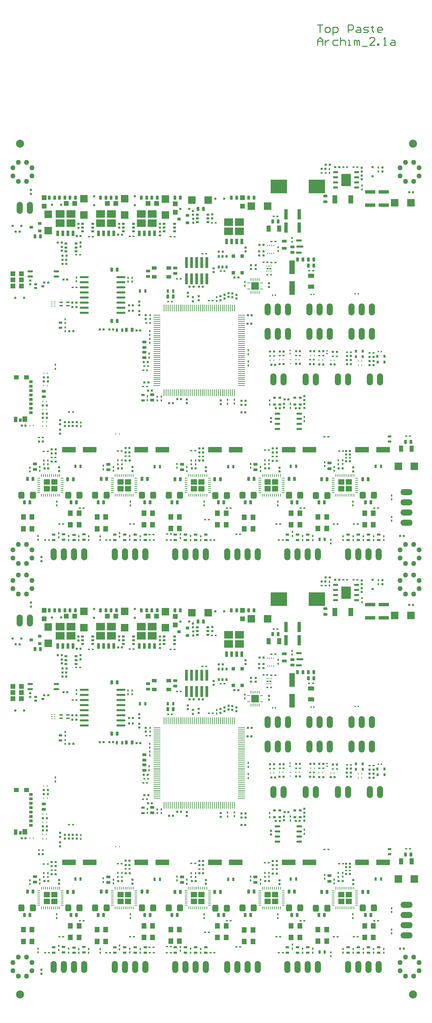
<source format=gtp>
G04*
G04 #@! TF.GenerationSoftware,Altium Limited,Altium Designer,18.1.7 (191)*
G04*
G04 Layer_Color=8421504*
%FSLAX25Y25*%
%MOIN*%
G70*
G01*
G75*
G04:AMPARAMS|DCode=11|XSize=78.74mil|YSize=78.74mil|CornerRadius=39.37mil|HoleSize=0mil|Usage=FLASHONLY|Rotation=90.000|XOffset=0mil|YOffset=0mil|HoleType=Round|Shape=RoundedRectangle|*
%AMROUNDEDRECTD11*
21,1,0.07874,0.00000,0,0,90.0*
21,1,0.00000,0.07874,0,0,90.0*
1,1,0.07874,0.00000,0.00000*
1,1,0.07874,0.00000,0.00000*
1,1,0.07874,0.00000,0.00000*
1,1,0.07874,0.00000,0.00000*
%
%ADD11ROUNDEDRECTD11*%
%ADD12C,0.01000*%
%ADD159C,0.05000*%
%ADD185O,0.05900X0.11900*%
%ADD186O,0.11900X0.05900*%
%ADD187R,0.06181X0.05276*%
%ADD188R,0.08898X0.07520*%
%ADD189R,0.02359X0.01181*%
%ADD190R,0.01201X0.01024*%
G04:AMPARAMS|DCode=191|XSize=20mil|YSize=22mil|CornerRadius=3.4mil|HoleSize=0mil|Usage=FLASHONLY|Rotation=270.000|XOffset=0mil|YOffset=0mil|HoleType=Round|Shape=RoundedRectangle|*
%AMROUNDEDRECTD191*
21,1,0.02000,0.01520,0,0,270.0*
21,1,0.01320,0.02200,0,0,270.0*
1,1,0.00680,-0.00760,-0.00660*
1,1,0.00680,-0.00760,0.00660*
1,1,0.00680,0.00760,0.00660*
1,1,0.00680,0.00760,-0.00660*
%
%ADD191ROUNDEDRECTD191*%
%ADD192O,0.00784X0.03147*%
%ADD193O,0.03147X0.00784*%
%ADD194R,0.02600X0.05400*%
%ADD195R,0.01454X0.01454*%
G04:AMPARAMS|DCode=196|XSize=20mil|YSize=22mil|CornerRadius=3.4mil|HoleSize=0mil|Usage=FLASHONLY|Rotation=180.000|XOffset=0mil|YOffset=0mil|HoleType=Round|Shape=RoundedRectangle|*
%AMROUNDEDRECTD196*
21,1,0.02000,0.01520,0,0,180.0*
21,1,0.01320,0.02200,0,0,180.0*
1,1,0.00680,-0.00660,0.00760*
1,1,0.00680,0.00660,0.00760*
1,1,0.00680,0.00660,-0.00760*
1,1,0.00680,-0.00660,-0.00760*
%
%ADD196ROUNDEDRECTD196*%
%ADD197R,0.01454X0.01454*%
%ADD198R,0.01378X0.00984*%
%ADD199R,0.03737X0.02556*%
%ADD200R,0.04524X0.03934*%
%ADD201R,0.04524X0.04328*%
%ADD202R,0.04524X0.05509*%
%ADD203R,0.02531X0.03737*%
%ADD204R,0.03343X0.05312*%
%ADD205R,0.05312X0.02162*%
%ADD206R,0.06887X0.02162*%
%ADD207R,0.07700X0.07700*%
%ADD208R,0.05312X0.13186*%
%ADD209R,0.03540X0.10430*%
%ADD210R,0.00784X0.01769*%
G04:AMPARAMS|DCode=211|XSize=27.13mil|YSize=37.37mil|CornerRadius=4.83mil|HoleSize=0mil|Usage=FLASHONLY|Rotation=90.000|XOffset=0mil|YOffset=0mil|HoleType=Round|Shape=RoundedRectangle|*
%AMROUNDEDRECTD211*
21,1,0.02713,0.02772,0,0,90.0*
21,1,0.01748,0.03737,0,0,90.0*
1,1,0.00965,0.01386,0.00874*
1,1,0.00965,0.01386,-0.00874*
1,1,0.00965,-0.01386,-0.00874*
1,1,0.00965,-0.01386,0.00874*
%
%ADD211ROUNDEDRECTD211*%
G04:AMPARAMS|DCode=212|XSize=27.13mil|YSize=37.37mil|CornerRadius=4.83mil|HoleSize=0mil|Usage=FLASHONLY|Rotation=0.000|XOffset=0mil|YOffset=0mil|HoleType=Round|Shape=RoundedRectangle|*
%AMROUNDEDRECTD212*
21,1,0.02713,0.02772,0,0,0.0*
21,1,0.01748,0.03737,0,0,0.0*
1,1,0.00965,0.00874,-0.01386*
1,1,0.00965,-0.00874,-0.01386*
1,1,0.00965,-0.00874,0.01386*
1,1,0.00965,0.00874,0.01386*
%
%ADD212ROUNDEDRECTD212*%
%ADD213R,0.10430X0.03540*%
%ADD214R,0.02162X0.02950*%
%ADD215R,0.02950X0.02162*%
%ADD216R,0.02438X0.03265*%
%ADD217R,0.13186X0.05312*%
G04:AMPARAMS|DCode=218|XSize=61mil|YSize=69mil|CornerRadius=14.75mil|HoleSize=0mil|Usage=FLASHONLY|Rotation=0.000|XOffset=0mil|YOffset=0mil|HoleType=Round|Shape=RoundedRectangle|*
%AMROUNDEDRECTD218*
21,1,0.06100,0.03950,0,0,0.0*
21,1,0.03150,0.06900,0,0,0.0*
1,1,0.02950,0.01575,-0.01975*
1,1,0.02950,-0.01575,-0.01975*
1,1,0.02950,-0.01575,0.01975*
1,1,0.02950,0.01575,0.01975*
%
%ADD218ROUNDEDRECTD218*%
%ADD219R,0.04918X0.05312*%
%ADD220R,0.03265X0.02438*%
%ADD221R,0.02200X0.02200*%
%ADD222R,0.03400X0.03000*%
%ADD223R,0.02200X0.02200*%
%ADD224R,0.02162X0.03147*%
%ADD225R,0.03147X0.02162*%
%ADD226R,0.04131X0.06493*%
%ADD227R,0.06493X0.04131*%
%ADD228R,0.00984X0.01378*%
%ADD229R,0.04600X0.04600*%
%ADD230R,0.04600X0.04600*%
%ADD231R,0.07700X0.07700*%
%ADD232O,0.05706X0.02162*%
%ADD233R,0.02753X0.10824*%
%ADD234R,0.00902X0.01375*%
%ADD235O,0.06887X0.00781*%
%ADD236O,0.00781X0.06887*%
%ADD237R,0.04524X0.03343*%
%ADD238O,0.08855X0.02162*%
%ADD239R,0.03737X0.03343*%
%ADD240R,0.03343X0.01375*%
%ADD241R,0.07800X0.07800*%
%ADD242O,0.02950X0.00902*%
%ADD243O,0.00902X0.02950*%
%ADD244R,0.02950X0.01965*%
%ADD245O,0.05509X0.01965*%
%ADD246R,0.04800X0.08100*%
%ADD247R,0.15942X0.13580*%
%ADD248R,0.04721X0.01965*%
%ADD249R,0.09249X0.12005*%
%ADD250R,0.04721X0.02950*%
%ADD251R,0.01769X0.01965*%
%ADD252R,0.01965X0.01769*%
G54D11*
X37894Y12894D02*
D03*
X423780Y13189D02*
D03*
Y847974D02*
D03*
X37894D02*
D03*
G54D12*
X329869Y964837D02*
X334868D01*
X332369D01*
Y957340D01*
X338617D02*
X341116D01*
X342365Y958589D01*
Y961089D01*
X341116Y962338D01*
X338617D01*
X337367Y961089D01*
Y958589D01*
X338617Y957340D01*
X344865Y954841D02*
Y962338D01*
X348613D01*
X349863Y961089D01*
Y958589D01*
X348613Y957340D01*
X344865D01*
X359860D02*
Y964837D01*
X363609D01*
X364858Y963588D01*
Y961089D01*
X363609Y959839D01*
X359860D01*
X368607Y962338D02*
X371106D01*
X372356Y961089D01*
Y957340D01*
X368607D01*
X367357Y958589D01*
X368607Y959839D01*
X372356D01*
X374855Y957340D02*
X378604D01*
X379853Y958589D01*
X378604Y959839D01*
X376104D01*
X374855Y961089D01*
X376104Y962338D01*
X379853D01*
X383602Y963588D02*
Y962338D01*
X382352D01*
X384852D01*
X383602D01*
Y958589D01*
X384852Y957340D01*
X392349D02*
X389850D01*
X388600Y958589D01*
Y961089D01*
X389850Y962338D01*
X392349D01*
X393599Y961089D01*
Y959839D01*
X388600D01*
X329869Y944840D02*
Y949838D01*
X332369Y952337D01*
X334868Y949838D01*
Y944840D01*
Y948589D01*
X329869D01*
X337367Y949838D02*
Y944840D01*
Y947339D01*
X338617Y948589D01*
X339866Y949838D01*
X341116D01*
X349863D02*
X346114D01*
X344865Y948589D01*
Y946089D01*
X346114Y944840D01*
X349863D01*
X352362Y952337D02*
Y944840D01*
Y948589D01*
X353612Y949838D01*
X356111D01*
X357361Y948589D01*
Y944840D01*
X359860D02*
X362359D01*
X361109D01*
Y949838D01*
X359860D01*
X366108Y944840D02*
Y949838D01*
X367357D01*
X368607Y948589D01*
Y944840D01*
Y948589D01*
X369857Y949838D01*
X371106Y948589D01*
Y944840D01*
X373605Y943590D02*
X378604D01*
X386101Y944840D02*
X381103D01*
X386101Y949838D01*
Y951088D01*
X384852Y952337D01*
X382352D01*
X381103Y951088D01*
X388600Y944840D02*
Y946089D01*
X389850D01*
Y944840D01*
X388600D01*
X394848D02*
X397348D01*
X396098D01*
Y952337D01*
X394848Y951088D01*
X402346Y949838D02*
X404845D01*
X406095Y948589D01*
Y944840D01*
X402346D01*
X401096Y946089D01*
X402346Y947339D01*
X406095D01*
G54D159*
X49843Y36457D02*
D03*
Y44331D02*
D03*
X44331Y49843D02*
D03*
X36457D02*
D03*
X30945Y44331D02*
D03*
Y36457D02*
D03*
X36457Y30945D02*
D03*
X44331D02*
D03*
X49843Y411457D02*
D03*
Y419331D02*
D03*
X44331Y424843D02*
D03*
X36457D02*
D03*
X30945Y419331D02*
D03*
Y411457D02*
D03*
X36457Y405945D02*
D03*
X44331D02*
D03*
X429843Y411457D02*
D03*
Y419331D02*
D03*
X424331Y424843D02*
D03*
X416457D02*
D03*
X410945Y419331D02*
D03*
Y411457D02*
D03*
X416457Y405945D02*
D03*
X424331D02*
D03*
X429843Y36457D02*
D03*
Y44331D02*
D03*
X424331Y49843D02*
D03*
X416457D02*
D03*
X410945Y44331D02*
D03*
Y36457D02*
D03*
X416457Y30945D02*
D03*
X424331D02*
D03*
X49843Y441457D02*
D03*
Y449331D02*
D03*
X44331Y454843D02*
D03*
X36457D02*
D03*
X30945Y449331D02*
D03*
Y441457D02*
D03*
X36457Y435945D02*
D03*
X44331D02*
D03*
X49843Y816457D02*
D03*
Y824331D02*
D03*
X44331Y829842D02*
D03*
X36457D02*
D03*
X30945Y824331D02*
D03*
Y816457D02*
D03*
X36457Y810945D02*
D03*
X44331D02*
D03*
X429843Y816457D02*
D03*
Y824331D02*
D03*
X424331Y829842D02*
D03*
X416457D02*
D03*
X410945Y824331D02*
D03*
Y816457D02*
D03*
X416457Y810945D02*
D03*
X424331D02*
D03*
X429843Y441457D02*
D03*
Y449331D02*
D03*
X424331Y454843D02*
D03*
X416457D02*
D03*
X410945Y449331D02*
D03*
Y441457D02*
D03*
X416457Y435945D02*
D03*
X424331D02*
D03*
G54D185*
X47794Y379894D02*
D03*
X37794D02*
D03*
X383194Y256294D02*
D03*
X363194D02*
D03*
X373194D02*
D03*
X342144D02*
D03*
X322144D02*
D03*
X332144D02*
D03*
X301094D02*
D03*
X281094D02*
D03*
X291094D02*
D03*
X363194Y280294D02*
D03*
X383194D02*
D03*
X373194D02*
D03*
X322144D02*
D03*
X342144D02*
D03*
X332144D02*
D03*
X281094D02*
D03*
X301094D02*
D03*
X291094D02*
D03*
X391194Y211694D02*
D03*
X381194D02*
D03*
X359894D02*
D03*
X349894D02*
D03*
X328394D02*
D03*
X318394D02*
D03*
X296694D02*
D03*
X286694D02*
D03*
X359894Y39894D02*
D03*
X369894D02*
D03*
X389894D02*
D03*
X379894D02*
D03*
X300394D02*
D03*
X310394D02*
D03*
X330394D02*
D03*
X320394D02*
D03*
X241394D02*
D03*
X251394D02*
D03*
X271394D02*
D03*
X261394D02*
D03*
X190394D02*
D03*
X200394D02*
D03*
X220394D02*
D03*
X210394D02*
D03*
X130894D02*
D03*
X140894D02*
D03*
X160894D02*
D03*
X150894D02*
D03*
X70894D02*
D03*
X80894D02*
D03*
X100894D02*
D03*
X90894D02*
D03*
X47794Y784894D02*
D03*
X37794D02*
D03*
X383194Y661294D02*
D03*
X363194D02*
D03*
X373194D02*
D03*
X342144D02*
D03*
X322144D02*
D03*
X332144D02*
D03*
X301094D02*
D03*
X281094D02*
D03*
X291094D02*
D03*
X363194Y685294D02*
D03*
X383194D02*
D03*
X373194D02*
D03*
X322144D02*
D03*
X342144D02*
D03*
X332144D02*
D03*
X281094D02*
D03*
X301094D02*
D03*
X291094D02*
D03*
X391194Y616694D02*
D03*
X381194D02*
D03*
X359894D02*
D03*
X349894D02*
D03*
X328394D02*
D03*
X318394D02*
D03*
X296694D02*
D03*
X286694D02*
D03*
X359894Y444894D02*
D03*
X369894D02*
D03*
X389894D02*
D03*
X379894D02*
D03*
X300394D02*
D03*
X310394D02*
D03*
X330394D02*
D03*
X320394D02*
D03*
X241394D02*
D03*
X251394D02*
D03*
X271394D02*
D03*
X261394D02*
D03*
X190394D02*
D03*
X200394D02*
D03*
X220394D02*
D03*
X210394D02*
D03*
X130894D02*
D03*
X140894D02*
D03*
X160894D02*
D03*
X150894D02*
D03*
X70894D02*
D03*
X80894D02*
D03*
X100894D02*
D03*
X90894D02*
D03*
G54D186*
X417194Y70894D02*
D03*
Y80894D02*
D03*
Y100894D02*
D03*
Y90894D02*
D03*
Y475894D02*
D03*
Y485894D02*
D03*
Y505894D02*
D03*
Y495894D02*
D03*
G54D187*
X71662Y110886D02*
D03*
X64296Y104429D02*
D03*
X64294Y110887D02*
D03*
X71662Y104425D02*
D03*
X288394D02*
D03*
X281026Y110887D02*
D03*
X281028Y104429D02*
D03*
X288395Y110886D02*
D03*
X360639D02*
D03*
X353272Y104429D02*
D03*
X353270Y110887D02*
D03*
X360638Y104425D02*
D03*
X143906D02*
D03*
X136538Y110887D02*
D03*
X136540Y104429D02*
D03*
X143907Y110886D02*
D03*
X216151D02*
D03*
X208784Y104429D02*
D03*
X208782Y110887D02*
D03*
X216150Y104425D02*
D03*
X71662Y515886D02*
D03*
X64296Y509429D02*
D03*
X64294Y515887D02*
D03*
X71662Y509425D02*
D03*
X288394D02*
D03*
X281026Y515887D02*
D03*
X281028Y509429D02*
D03*
X288395Y515886D02*
D03*
X360639D02*
D03*
X353272Y509429D02*
D03*
X353270Y515887D02*
D03*
X360638Y509425D02*
D03*
X143906D02*
D03*
X136538Y515887D02*
D03*
X136540Y509429D02*
D03*
X143907Y515886D02*
D03*
X216151D02*
D03*
X208784Y509429D02*
D03*
X208782Y515887D02*
D03*
X216150Y509425D02*
D03*
G54D188*
X242724Y366210D02*
D03*
X253362Y366206D02*
D03*
X253362Y356950D02*
D03*
X242724Y356955D02*
D03*
X157175Y364954D02*
D03*
X167813Y364950D02*
D03*
X167813Y374206D02*
D03*
X157175Y374210D02*
D03*
X117075D02*
D03*
X127713Y374206D02*
D03*
X127713Y364950D02*
D03*
X117075Y364954D02*
D03*
X77224D02*
D03*
X87862Y364950D02*
D03*
X87862Y374206D02*
D03*
X77224Y374210D02*
D03*
X242724Y771210D02*
D03*
X253362Y771206D02*
D03*
X253362Y761950D02*
D03*
X242724Y761954D02*
D03*
X157175Y769954D02*
D03*
X167813Y769950D02*
D03*
X167813Y779206D02*
D03*
X157175Y779210D02*
D03*
X117075D02*
D03*
X127713Y779206D02*
D03*
X127713Y769950D02*
D03*
X117075Y769954D02*
D03*
X77224D02*
D03*
X87862Y769950D02*
D03*
X87862Y779206D02*
D03*
X77224Y779210D02*
D03*
G54D189*
X281079Y320454D02*
D03*
X283838D02*
D03*
X281079Y725454D02*
D03*
X283838D02*
D03*
G54D190*
X72020Y287643D02*
D03*
X72021Y285675D02*
D03*
Y283706D02*
D03*
X69365Y283706D02*
D03*
Y285675D02*
D03*
X69365Y287643D02*
D03*
X72020Y692643D02*
D03*
X72021Y690675D02*
D03*
Y688706D02*
D03*
X69365Y688706D02*
D03*
Y690675D02*
D03*
X69365Y692643D02*
D03*
G54D191*
X250494Y294732D02*
D03*
Y290942D02*
D03*
X284254Y170036D02*
D03*
Y173826D02*
D03*
X77409Y167785D02*
D03*
Y171575D02*
D03*
X85960Y165894D02*
D03*
Y169684D02*
D03*
X201583Y188317D02*
D03*
Y192106D02*
D03*
X89827Y165894D02*
D03*
Y169684D02*
D03*
X93694Y165894D02*
D03*
Y169684D02*
D03*
X82094Y169694D02*
D03*
Y165904D02*
D03*
X238794Y294842D02*
D03*
Y291052D02*
D03*
X246394Y292242D02*
D03*
Y296032D02*
D03*
X242694Y296542D02*
D03*
Y292752D02*
D03*
X235087Y191073D02*
D03*
Y187284D02*
D03*
X207823Y292254D02*
D03*
Y288465D02*
D03*
X213269Y293281D02*
D03*
Y289491D02*
D03*
X317076Y187564D02*
D03*
Y183774D02*
D03*
X48794Y397594D02*
D03*
Y393804D02*
D03*
X58894Y33494D02*
D03*
Y37284D02*
D03*
X393807Y419589D02*
D03*
Y415799D02*
D03*
X234794Y289442D02*
D03*
Y293232D02*
D03*
X95194Y360507D02*
D03*
Y364297D02*
D03*
X161394Y270994D02*
D03*
Y274783D02*
D03*
X154894Y284294D02*
D03*
Y288084D02*
D03*
Y278794D02*
D03*
Y275004D02*
D03*
X97494Y342094D02*
D03*
Y345883D02*
D03*
X78994Y341794D02*
D03*
Y338004D02*
D03*
X264713Y320049D02*
D03*
Y323839D02*
D03*
X175394Y356794D02*
D03*
Y353004D02*
D03*
X282294Y302294D02*
D03*
Y306083D02*
D03*
X207794Y373294D02*
D03*
Y377083D02*
D03*
X207894Y369294D02*
D03*
Y365504D02*
D03*
X226794Y369794D02*
D03*
Y373584D02*
D03*
X135295Y360600D02*
D03*
Y364390D02*
D03*
X175294Y360594D02*
D03*
Y364384D02*
D03*
X259494Y341094D02*
D03*
Y337304D02*
D03*
X269437Y320049D02*
D03*
Y323839D02*
D03*
X227846Y320748D02*
D03*
Y316958D02*
D03*
X202803Y296684D02*
D03*
Y292894D02*
D03*
X297046Y187805D02*
D03*
Y184016D02*
D03*
X292520Y125128D02*
D03*
Y121339D02*
D03*
X317055Y195227D02*
D03*
Y191437D02*
D03*
X364961Y125227D02*
D03*
Y121437D02*
D03*
X76378Y125424D02*
D03*
Y121634D02*
D03*
X148425Y125620D02*
D03*
Y121831D02*
D03*
X220472Y125345D02*
D03*
Y121555D02*
D03*
X77409Y158435D02*
D03*
Y162224D02*
D03*
X47961Y305072D02*
D03*
Y308862D02*
D03*
X373228Y407912D02*
D03*
Y411702D02*
D03*
Y415712D02*
D03*
Y419502D02*
D03*
X272831Y337235D02*
D03*
Y333445D02*
D03*
X276866Y333435D02*
D03*
Y337225D02*
D03*
X250494Y699732D02*
D03*
Y695942D02*
D03*
X284254Y575036D02*
D03*
Y578826D02*
D03*
X77409Y572785D02*
D03*
Y576575D02*
D03*
X85960Y570894D02*
D03*
Y574684D02*
D03*
X201583Y593317D02*
D03*
Y597106D02*
D03*
X89827Y570894D02*
D03*
Y574684D02*
D03*
X93694Y570894D02*
D03*
Y574684D02*
D03*
X82094Y574694D02*
D03*
Y570904D02*
D03*
X238794Y699842D02*
D03*
Y696052D02*
D03*
X246394Y697242D02*
D03*
Y701032D02*
D03*
X242694Y701542D02*
D03*
Y697752D02*
D03*
X235087Y596073D02*
D03*
Y592283D02*
D03*
X207823Y697254D02*
D03*
Y693465D02*
D03*
X213269Y698281D02*
D03*
Y694491D02*
D03*
X317076Y592564D02*
D03*
Y588774D02*
D03*
X48794Y802594D02*
D03*
Y798804D02*
D03*
X58894Y438494D02*
D03*
Y442283D02*
D03*
X393807Y824589D02*
D03*
Y820799D02*
D03*
X234794Y694442D02*
D03*
Y698232D02*
D03*
X95194Y765507D02*
D03*
Y769297D02*
D03*
X161394Y675994D02*
D03*
Y679783D02*
D03*
X154894Y689294D02*
D03*
Y693083D02*
D03*
Y683794D02*
D03*
Y680004D02*
D03*
X97494Y747094D02*
D03*
Y750883D02*
D03*
X78994Y746794D02*
D03*
Y743004D02*
D03*
X264713Y725049D02*
D03*
Y728839D02*
D03*
X175394Y761794D02*
D03*
Y758004D02*
D03*
X282294Y707294D02*
D03*
Y711084D02*
D03*
X207794Y778294D02*
D03*
Y782084D02*
D03*
X207894Y774294D02*
D03*
Y770504D02*
D03*
X226794Y774794D02*
D03*
Y778583D02*
D03*
X135295Y765600D02*
D03*
Y769390D02*
D03*
X175294Y765594D02*
D03*
Y769383D02*
D03*
X259494Y746094D02*
D03*
Y742304D02*
D03*
X269437Y725049D02*
D03*
Y728839D02*
D03*
X227846Y725748D02*
D03*
Y721958D02*
D03*
X202803Y701684D02*
D03*
Y697894D02*
D03*
X297046Y592805D02*
D03*
Y589016D02*
D03*
X292520Y530128D02*
D03*
Y526339D02*
D03*
X317055Y600227D02*
D03*
Y596437D02*
D03*
X364961Y530227D02*
D03*
Y526437D02*
D03*
X76378Y530424D02*
D03*
Y526634D02*
D03*
X148425Y530620D02*
D03*
Y526831D02*
D03*
X220472Y530345D02*
D03*
Y526555D02*
D03*
X77409Y563435D02*
D03*
Y567225D02*
D03*
X47961Y710072D02*
D03*
Y713862D02*
D03*
X373228Y812912D02*
D03*
Y816702D02*
D03*
Y820712D02*
D03*
Y824502D02*
D03*
X272831Y742235D02*
D03*
Y738445D02*
D03*
X276866Y738435D02*
D03*
Y742225D02*
D03*
G54D192*
X59120Y98090D02*
D03*
X61088D02*
D03*
X63057D02*
D03*
X65025D02*
D03*
X66994D02*
D03*
X68962D02*
D03*
X70931D02*
D03*
X72899D02*
D03*
X74868D02*
D03*
X76836D02*
D03*
Y117225D02*
D03*
X74868D02*
D03*
X72899D02*
D03*
X70931D02*
D03*
X68962D02*
D03*
X66994D02*
D03*
X65025D02*
D03*
X63057D02*
D03*
X61088D02*
D03*
X59120D02*
D03*
X275852D02*
D03*
X277820D02*
D03*
X279789D02*
D03*
X281757D02*
D03*
X283726D02*
D03*
X285695D02*
D03*
X287663D02*
D03*
X289632D02*
D03*
X291600D02*
D03*
X293568D02*
D03*
Y98090D02*
D03*
X291600D02*
D03*
X289632D02*
D03*
X287663D02*
D03*
X285695D02*
D03*
X283726D02*
D03*
X281757D02*
D03*
X279789D02*
D03*
X277820D02*
D03*
X275852D02*
D03*
X348096D02*
D03*
X350065D02*
D03*
X352033D02*
D03*
X354002D02*
D03*
X355970D02*
D03*
X357939D02*
D03*
X359907D02*
D03*
X361876D02*
D03*
X363844D02*
D03*
X365813D02*
D03*
Y117225D02*
D03*
X363844D02*
D03*
X361876D02*
D03*
X359907D02*
D03*
X357939D02*
D03*
X355970D02*
D03*
X354002D02*
D03*
X352033D02*
D03*
X350065D02*
D03*
X348096D02*
D03*
X131364D02*
D03*
X133332D02*
D03*
X135301D02*
D03*
X137269D02*
D03*
X139238D02*
D03*
X141206D02*
D03*
X143175D02*
D03*
X145143D02*
D03*
X147112D02*
D03*
X149080D02*
D03*
Y98090D02*
D03*
X147112D02*
D03*
X145143D02*
D03*
X143175D02*
D03*
X141206D02*
D03*
X139238D02*
D03*
X137269D02*
D03*
X135301D02*
D03*
X133332D02*
D03*
X131364D02*
D03*
X203608D02*
D03*
X205576D02*
D03*
X207545D02*
D03*
X209513D02*
D03*
X211482D02*
D03*
X213450D02*
D03*
X215419D02*
D03*
X217387D02*
D03*
X219356D02*
D03*
X221324D02*
D03*
Y117225D02*
D03*
X219356D02*
D03*
X217387D02*
D03*
X215419D02*
D03*
X213450D02*
D03*
X211482D02*
D03*
X209513D02*
D03*
X207545D02*
D03*
X205576D02*
D03*
X203608D02*
D03*
X59120Y503090D02*
D03*
X61088D02*
D03*
X63057D02*
D03*
X65025D02*
D03*
X66994D02*
D03*
X68962D02*
D03*
X70931D02*
D03*
X72899D02*
D03*
X74868D02*
D03*
X76836D02*
D03*
Y522225D02*
D03*
X74868D02*
D03*
X72899D02*
D03*
X70931D02*
D03*
X68962D02*
D03*
X66994D02*
D03*
X65025D02*
D03*
X63057D02*
D03*
X61088D02*
D03*
X59120D02*
D03*
X275852D02*
D03*
X277820D02*
D03*
X279789D02*
D03*
X281757D02*
D03*
X283726D02*
D03*
X285695D02*
D03*
X287663D02*
D03*
X289632D02*
D03*
X291600D02*
D03*
X293568D02*
D03*
Y503090D02*
D03*
X291600D02*
D03*
X289632D02*
D03*
X287663D02*
D03*
X285695D02*
D03*
X283726D02*
D03*
X281757D02*
D03*
X279789D02*
D03*
X277820D02*
D03*
X275852D02*
D03*
X348096D02*
D03*
X350065D02*
D03*
X352033D02*
D03*
X354002D02*
D03*
X355970D02*
D03*
X357939D02*
D03*
X359907D02*
D03*
X361876D02*
D03*
X363844D02*
D03*
X365813D02*
D03*
Y522225D02*
D03*
X363844D02*
D03*
X361876D02*
D03*
X359907D02*
D03*
X357939D02*
D03*
X355970D02*
D03*
X354002D02*
D03*
X352033D02*
D03*
X350065D02*
D03*
X348096D02*
D03*
X131364D02*
D03*
X133332D02*
D03*
X135301D02*
D03*
X137269D02*
D03*
X139238D02*
D03*
X141206D02*
D03*
X143175D02*
D03*
X145143D02*
D03*
X147112D02*
D03*
X149080D02*
D03*
Y503090D02*
D03*
X147112D02*
D03*
X145143D02*
D03*
X143175D02*
D03*
X141206D02*
D03*
X139238D02*
D03*
X137269D02*
D03*
X135301D02*
D03*
X133332D02*
D03*
X131364D02*
D03*
X203608D02*
D03*
X205576D02*
D03*
X207545D02*
D03*
X209513D02*
D03*
X211482D02*
D03*
X213450D02*
D03*
X215419D02*
D03*
X217387D02*
D03*
X219356D02*
D03*
X221324D02*
D03*
Y522225D02*
D03*
X219356D02*
D03*
X217387D02*
D03*
X215419D02*
D03*
X213450D02*
D03*
X211482D02*
D03*
X209513D02*
D03*
X207545D02*
D03*
X205576D02*
D03*
X203608D02*
D03*
G54D193*
X79494Y100768D02*
D03*
Y102736D02*
D03*
Y104705D02*
D03*
Y106673D02*
D03*
Y108642D02*
D03*
Y110610D02*
D03*
Y112579D02*
D03*
Y114547D02*
D03*
X56462D02*
D03*
Y112579D02*
D03*
Y110610D02*
D03*
Y108642D02*
D03*
Y106673D02*
D03*
Y104705D02*
D03*
Y102736D02*
D03*
Y100768D02*
D03*
X273195D02*
D03*
Y102736D02*
D03*
Y104705D02*
D03*
Y106673D02*
D03*
Y108642D02*
D03*
Y110610D02*
D03*
Y112579D02*
D03*
Y114547D02*
D03*
X296226D02*
D03*
Y112579D02*
D03*
Y110610D02*
D03*
Y108642D02*
D03*
Y106673D02*
D03*
Y104705D02*
D03*
Y102736D02*
D03*
Y100768D02*
D03*
X368470D02*
D03*
Y102736D02*
D03*
Y104705D02*
D03*
Y106673D02*
D03*
Y108642D02*
D03*
Y110610D02*
D03*
Y112579D02*
D03*
Y114547D02*
D03*
X345439D02*
D03*
Y112579D02*
D03*
Y110610D02*
D03*
Y108642D02*
D03*
Y106673D02*
D03*
Y104705D02*
D03*
Y102736D02*
D03*
Y100768D02*
D03*
X128706D02*
D03*
Y102736D02*
D03*
Y104705D02*
D03*
Y106673D02*
D03*
Y108642D02*
D03*
Y110610D02*
D03*
Y112579D02*
D03*
Y114547D02*
D03*
X151738D02*
D03*
Y112579D02*
D03*
Y110610D02*
D03*
Y108642D02*
D03*
Y106673D02*
D03*
Y104705D02*
D03*
Y102736D02*
D03*
Y100768D02*
D03*
X223982D02*
D03*
Y102736D02*
D03*
Y104705D02*
D03*
Y106673D02*
D03*
Y108642D02*
D03*
Y110610D02*
D03*
Y112579D02*
D03*
Y114547D02*
D03*
X200950D02*
D03*
Y112579D02*
D03*
Y110610D02*
D03*
Y108642D02*
D03*
Y106673D02*
D03*
Y104705D02*
D03*
Y102736D02*
D03*
Y100768D02*
D03*
X79494Y505768D02*
D03*
Y507736D02*
D03*
Y509705D02*
D03*
Y511673D02*
D03*
Y513642D02*
D03*
Y515610D02*
D03*
Y517579D02*
D03*
Y519547D02*
D03*
X56462D02*
D03*
Y517579D02*
D03*
Y515610D02*
D03*
Y513642D02*
D03*
Y511673D02*
D03*
Y509705D02*
D03*
Y507736D02*
D03*
Y505768D02*
D03*
X273195D02*
D03*
Y507736D02*
D03*
Y509705D02*
D03*
Y511673D02*
D03*
Y513642D02*
D03*
Y515610D02*
D03*
Y517579D02*
D03*
Y519547D02*
D03*
X296226D02*
D03*
Y517579D02*
D03*
Y515610D02*
D03*
Y513642D02*
D03*
Y511673D02*
D03*
Y509705D02*
D03*
Y507736D02*
D03*
Y505768D02*
D03*
X368470D02*
D03*
Y507736D02*
D03*
Y509705D02*
D03*
Y511673D02*
D03*
Y513642D02*
D03*
Y515610D02*
D03*
Y517579D02*
D03*
Y519547D02*
D03*
X345439D02*
D03*
Y517579D02*
D03*
Y515610D02*
D03*
Y513642D02*
D03*
Y511673D02*
D03*
Y509705D02*
D03*
Y507736D02*
D03*
Y505768D02*
D03*
X128706D02*
D03*
Y507736D02*
D03*
Y509705D02*
D03*
Y511673D02*
D03*
Y513642D02*
D03*
Y515610D02*
D03*
Y517579D02*
D03*
Y519547D02*
D03*
X151738D02*
D03*
Y517579D02*
D03*
Y515610D02*
D03*
Y513642D02*
D03*
Y511673D02*
D03*
Y509705D02*
D03*
Y507736D02*
D03*
Y505768D02*
D03*
X223982D02*
D03*
Y507736D02*
D03*
Y509705D02*
D03*
Y511673D02*
D03*
Y513642D02*
D03*
Y515610D02*
D03*
Y517579D02*
D03*
Y519547D02*
D03*
X200950D02*
D03*
Y517579D02*
D03*
Y515610D02*
D03*
Y513642D02*
D03*
Y511673D02*
D03*
Y509705D02*
D03*
Y507736D02*
D03*
Y505768D02*
D03*
G54D194*
X240543Y347057D02*
D03*
X245543D02*
D03*
X250543D02*
D03*
X255543D02*
D03*
X169994Y355057D02*
D03*
X164994D02*
D03*
X159994D02*
D03*
X154994D02*
D03*
X114894D02*
D03*
X119894D02*
D03*
X124894D02*
D03*
X129894D02*
D03*
X90043D02*
D03*
X85043D02*
D03*
X80043D02*
D03*
X75043D02*
D03*
X240543Y752057D02*
D03*
X245543D02*
D03*
X250543D02*
D03*
X255543D02*
D03*
X169994Y760057D02*
D03*
X164994D02*
D03*
X159994D02*
D03*
X154994D02*
D03*
X114894D02*
D03*
X119894D02*
D03*
X124894D02*
D03*
X129894D02*
D03*
X90043D02*
D03*
X85043D02*
D03*
X80043D02*
D03*
X75043D02*
D03*
G54D195*
X323524Y295000D02*
D03*
X326279D02*
D03*
X286024Y294508D02*
D03*
X288779D02*
D03*
X369882Y295591D02*
D03*
X367126D02*
D03*
X392547Y239095D02*
D03*
X389791D02*
D03*
X323524Y700000D02*
D03*
X326279D02*
D03*
X286024Y699508D02*
D03*
X288779D02*
D03*
X369882Y700591D02*
D03*
X367126D02*
D03*
X392547Y644095D02*
D03*
X389791D02*
D03*
G54D196*
X163885Y208592D02*
D03*
X160095D02*
D03*
X90211Y259169D02*
D03*
X86421D02*
D03*
X361841Y131398D02*
D03*
X358051D02*
D03*
X265394Y274794D02*
D03*
X261604D02*
D03*
X163194Y228642D02*
D03*
X159404D02*
D03*
X116194Y260794D02*
D03*
X119983D02*
D03*
X188128Y188248D02*
D03*
X184339D02*
D03*
X129394Y260794D02*
D03*
X125604D02*
D03*
X261218Y266260D02*
D03*
X265008D02*
D03*
X196101Y192382D02*
D03*
X192311D02*
D03*
X361841Y138091D02*
D03*
X358051D02*
D03*
X255409Y186819D02*
D03*
X259198D02*
D03*
X259207Y190793D02*
D03*
X255418D02*
D03*
X255389Y179340D02*
D03*
X259178D02*
D03*
X37558Y356713D02*
D03*
X33768D02*
D03*
X423652Y395457D02*
D03*
X419862D02*
D03*
X414694Y58194D02*
D03*
X410904D02*
D03*
X312700Y239282D02*
D03*
X308910D02*
D03*
X301446Y191916D02*
D03*
X297656D02*
D03*
X248494Y311794D02*
D03*
X252284D02*
D03*
X163698Y200807D02*
D03*
X167488D02*
D03*
X61394Y213842D02*
D03*
X65184D02*
D03*
X61394Y209742D02*
D03*
X65184D02*
D03*
X60495Y186142D02*
D03*
X64284D02*
D03*
X64294Y173942D02*
D03*
X60504D02*
D03*
X64294Y177942D02*
D03*
X60504D02*
D03*
X322989Y239253D02*
D03*
X326779D02*
D03*
X79708Y324988D02*
D03*
X83498D02*
D03*
X79709Y329094D02*
D03*
X83499D02*
D03*
X134250Y353760D02*
D03*
X138039D02*
D03*
X93597Y352486D02*
D03*
X97387D02*
D03*
X83526Y333084D02*
D03*
X79737D02*
D03*
X89494Y282694D02*
D03*
X93283D02*
D03*
X89494Y287094D02*
D03*
X93283D02*
D03*
X144994Y284394D02*
D03*
X148784D02*
D03*
X144894Y278894D02*
D03*
X148684D02*
D03*
X155994Y259694D02*
D03*
X152204D02*
D03*
X236894Y336994D02*
D03*
X233104D02*
D03*
X296620Y226575D02*
D03*
X292830D02*
D03*
X296641Y239153D02*
D03*
X292851D02*
D03*
X288469Y225996D02*
D03*
X284679D02*
D03*
X75094Y345994D02*
D03*
X78883D02*
D03*
X335530Y226439D02*
D03*
X331740D02*
D03*
X322635Y226791D02*
D03*
X326425D02*
D03*
X312687Y226908D02*
D03*
X308898D02*
D03*
X61994Y124342D02*
D03*
X65784D02*
D03*
X72894Y139042D02*
D03*
X69104D02*
D03*
X213894Y144142D02*
D03*
X217684D02*
D03*
X141694Y144242D02*
D03*
X145484D02*
D03*
X60365Y150689D02*
D03*
X56575D02*
D03*
X39663Y166260D02*
D03*
X43453D02*
D03*
X69094Y143142D02*
D03*
X72883D02*
D03*
X287267Y238948D02*
D03*
X283477D02*
D03*
X213694Y302694D02*
D03*
X217483D02*
D03*
X208294Y302594D02*
D03*
X204504D02*
D03*
X292846Y183264D02*
D03*
X289056D02*
D03*
X286094Y144142D02*
D03*
X289883D02*
D03*
X289894Y139942D02*
D03*
X286104D02*
D03*
X289894Y131742D02*
D03*
X286104D02*
D03*
X278594Y124542D02*
D03*
X282383D02*
D03*
X348945Y238610D02*
D03*
X345156D02*
D03*
X346836Y226442D02*
D03*
X343046D02*
D03*
X312361Y183288D02*
D03*
X308571D02*
D03*
X358041Y141437D02*
D03*
X361831D02*
D03*
X358836Y230728D02*
D03*
X362626D02*
D03*
X362656Y234567D02*
D03*
X358866D02*
D03*
X358856Y226791D02*
D03*
X362646D02*
D03*
X381100Y229843D02*
D03*
X384890D02*
D03*
X384900Y233780D02*
D03*
X381110D02*
D03*
X381100Y225807D02*
D03*
X384890D02*
D03*
X350794Y124542D02*
D03*
X354584D02*
D03*
X72894Y131142D02*
D03*
X69104D02*
D03*
X145494Y140142D02*
D03*
X141704D02*
D03*
X145594Y132042D02*
D03*
X141804D02*
D03*
X134294Y124442D02*
D03*
X138084D02*
D03*
X217694Y140042D02*
D03*
X213904D02*
D03*
X217794Y131942D02*
D03*
X214004D02*
D03*
X206594Y124442D02*
D03*
X210384D02*
D03*
X65550Y306808D02*
D03*
X61760D02*
D03*
X80707Y309658D02*
D03*
X84497D02*
D03*
X335568Y239216D02*
D03*
X331778D02*
D03*
X347458Y420079D02*
D03*
X351248D02*
D03*
X341908Y422244D02*
D03*
X338118D02*
D03*
X337828Y418212D02*
D03*
X334038D02*
D03*
X273076Y343602D02*
D03*
X276866D02*
D03*
X163885Y613592D02*
D03*
X160095D02*
D03*
X90211Y664169D02*
D03*
X86421D02*
D03*
X361841Y536398D02*
D03*
X358051D02*
D03*
X265394Y679794D02*
D03*
X261604D02*
D03*
X163194Y633642D02*
D03*
X159404D02*
D03*
X116194Y665794D02*
D03*
X119983D02*
D03*
X188128Y593248D02*
D03*
X184339D02*
D03*
X129394Y665794D02*
D03*
X125604D02*
D03*
X261218Y671260D02*
D03*
X265008D02*
D03*
X196101Y597382D02*
D03*
X192311D02*
D03*
X361841Y543090D02*
D03*
X358051D02*
D03*
X255409Y591819D02*
D03*
X259198D02*
D03*
X259207Y595793D02*
D03*
X255418D02*
D03*
X255389Y584340D02*
D03*
X259178D02*
D03*
X37558Y761713D02*
D03*
X33768D02*
D03*
X423652Y800457D02*
D03*
X419862D02*
D03*
X414694Y463194D02*
D03*
X410904D02*
D03*
X312700Y644281D02*
D03*
X308910D02*
D03*
X301446Y596916D02*
D03*
X297656D02*
D03*
X248494Y716794D02*
D03*
X252284D02*
D03*
X163698Y605807D02*
D03*
X167488D02*
D03*
X61394Y618842D02*
D03*
X65184D02*
D03*
X61394Y614742D02*
D03*
X65184D02*
D03*
X60495Y591142D02*
D03*
X64284D02*
D03*
X64294Y578942D02*
D03*
X60504D02*
D03*
X64294Y582942D02*
D03*
X60504D02*
D03*
X322989Y644253D02*
D03*
X326779D02*
D03*
X79708Y729988D02*
D03*
X83498D02*
D03*
X79709Y734094D02*
D03*
X83499D02*
D03*
X134250Y758760D02*
D03*
X138039D02*
D03*
X93597Y757486D02*
D03*
X97387D02*
D03*
X83526Y738084D02*
D03*
X79737D02*
D03*
X89494Y687694D02*
D03*
X93283D02*
D03*
X89494Y692094D02*
D03*
X93283D02*
D03*
X144994Y689394D02*
D03*
X148784D02*
D03*
X144894Y683894D02*
D03*
X148684D02*
D03*
X155994Y664694D02*
D03*
X152204D02*
D03*
X236894Y741994D02*
D03*
X233104D02*
D03*
X296620Y631575D02*
D03*
X292830D02*
D03*
X296641Y644153D02*
D03*
X292851D02*
D03*
X288469Y630996D02*
D03*
X284679D02*
D03*
X75094Y750994D02*
D03*
X78883D02*
D03*
X335530Y631439D02*
D03*
X331740D02*
D03*
X322635Y631791D02*
D03*
X326425D02*
D03*
X312687Y631908D02*
D03*
X308898D02*
D03*
X61994Y529342D02*
D03*
X65784D02*
D03*
X72894Y544042D02*
D03*
X69104D02*
D03*
X213894Y549142D02*
D03*
X217684D02*
D03*
X141694Y549242D02*
D03*
X145484D02*
D03*
X60365Y555689D02*
D03*
X56575D02*
D03*
X39663Y571260D02*
D03*
X43453D02*
D03*
X69094Y548142D02*
D03*
X72883D02*
D03*
X287267Y643948D02*
D03*
X283477D02*
D03*
X213694Y707694D02*
D03*
X217483D02*
D03*
X208294Y707594D02*
D03*
X204504D02*
D03*
X292846Y588264D02*
D03*
X289056D02*
D03*
X286094Y549142D02*
D03*
X289883D02*
D03*
X289894Y544942D02*
D03*
X286104D02*
D03*
X289894Y536742D02*
D03*
X286104D02*
D03*
X278594Y529542D02*
D03*
X282383D02*
D03*
X348945Y643610D02*
D03*
X345156D02*
D03*
X346836Y631442D02*
D03*
X343046D02*
D03*
X312361Y588287D02*
D03*
X308571D02*
D03*
X358041Y546437D02*
D03*
X361831D02*
D03*
X358836Y635728D02*
D03*
X362626D02*
D03*
X362656Y639567D02*
D03*
X358866D02*
D03*
X358856Y631791D02*
D03*
X362646D02*
D03*
X381100Y634843D02*
D03*
X384890D02*
D03*
X384900Y638780D02*
D03*
X381110D02*
D03*
X381100Y630807D02*
D03*
X384890D02*
D03*
X350794Y529542D02*
D03*
X354584D02*
D03*
X72894Y536142D02*
D03*
X69104D02*
D03*
X145494Y545142D02*
D03*
X141704D02*
D03*
X145594Y537042D02*
D03*
X141804D02*
D03*
X134294Y529442D02*
D03*
X138084D02*
D03*
X217694Y545042D02*
D03*
X213904D02*
D03*
X217794Y536942D02*
D03*
X214004D02*
D03*
X206594Y529442D02*
D03*
X210384D02*
D03*
X65550Y711808D02*
D03*
X61760D02*
D03*
X80707Y714657D02*
D03*
X84497D02*
D03*
X335568Y644216D02*
D03*
X331778D02*
D03*
X347458Y825079D02*
D03*
X351248D02*
D03*
X341908Y827244D02*
D03*
X338118D02*
D03*
X337828Y823212D02*
D03*
X334038D02*
D03*
X273076Y748602D02*
D03*
X276866D02*
D03*
G54D197*
X339398Y239685D02*
D03*
Y236929D02*
D03*
X303177Y239882D02*
D03*
Y237126D02*
D03*
X339398Y644685D02*
D03*
Y641929D02*
D03*
X303177Y644882D02*
D03*
Y642126D02*
D03*
G54D198*
X303472Y227480D02*
D03*
Y231024D02*
D03*
Y632480D02*
D03*
Y636024D02*
D03*
G54D199*
X48583Y209351D02*
D03*
Y205020D02*
D03*
Y200690D02*
D03*
Y196359D02*
D03*
Y192028D02*
D03*
Y187698D02*
D03*
Y183367D02*
D03*
Y179036D02*
D03*
Y614351D02*
D03*
Y610020D02*
D03*
Y605690D02*
D03*
Y601359D02*
D03*
Y597028D02*
D03*
Y592698D02*
D03*
Y588367D02*
D03*
Y584036D02*
D03*
G54D200*
X44450Y213780D02*
D03*
Y618780D02*
D03*
G54D201*
X34253Y213583D02*
D03*
Y618583D02*
D03*
G54D202*
X42717Y172639D02*
D03*
Y577639D02*
D03*
G54D203*
X38190Y171753D02*
D03*
Y576753D02*
D03*
G54D204*
X33662Y172540D02*
D03*
Y577540D02*
D03*
G54D205*
X311760Y347933D02*
D03*
Y336122D02*
D03*
Y752933D02*
D03*
Y741122D02*
D03*
G54D206*
X312547Y342028D02*
D03*
Y747028D02*
D03*
G54D207*
X421530Y384941D02*
D03*
X405756D02*
D03*
X206794Y387794D02*
D03*
X222568D02*
D03*
X425026Y126378D02*
D03*
X409252D02*
D03*
X265094Y381694D02*
D03*
X280868D02*
D03*
X421530Y789941D02*
D03*
X405756D02*
D03*
X206794Y792794D02*
D03*
X222568D02*
D03*
X425026Y531378D02*
D03*
X409252D02*
D03*
X265094Y786694D02*
D03*
X280868D02*
D03*
G54D208*
X305094Y321730D02*
D03*
Y301257D02*
D03*
Y726730D02*
D03*
Y706257D02*
D03*
G54D209*
X299114Y360630D02*
D03*
X311910D02*
D03*
X299114Y373721D02*
D03*
X311910D02*
D03*
X299114Y765630D02*
D03*
X311910D02*
D03*
X299114Y778721D02*
D03*
X311910D02*
D03*
G54D210*
X286906Y343012D02*
D03*
X281000Y335532D02*
D03*
X282968D02*
D03*
X284937D02*
D03*
X286906D02*
D03*
X281000Y343012D02*
D03*
X282968D02*
D03*
X284937D02*
D03*
X286906Y748012D02*
D03*
X281000Y740532D02*
D03*
X282968D02*
D03*
X284937D02*
D03*
X286906D02*
D03*
X281000Y748012D02*
D03*
X282968D02*
D03*
X284937D02*
D03*
G54D211*
X305264Y341850D02*
D03*
Y336496D02*
D03*
X337598Y386201D02*
D03*
Y391555D02*
D03*
X269061Y123071D02*
D03*
Y128425D02*
D03*
X196858Y123169D02*
D03*
Y128524D02*
D03*
X124606Y123110D02*
D03*
Y128465D02*
D03*
X341535Y129547D02*
D03*
Y124193D02*
D03*
X167694Y196719D02*
D03*
Y191365D02*
D03*
X163681Y312579D02*
D03*
Y317933D02*
D03*
X190191Y315563D02*
D03*
Y320918D02*
D03*
X61294Y200019D02*
D03*
Y194665D02*
D03*
X159994Y248519D02*
D03*
Y243165D02*
D03*
X52658Y123504D02*
D03*
Y128858D02*
D03*
X159994Y238419D02*
D03*
Y233065D02*
D03*
X305264Y746850D02*
D03*
Y741496D02*
D03*
X337598Y791201D02*
D03*
Y796555D02*
D03*
X269061Y528071D02*
D03*
Y533425D02*
D03*
X196858Y528169D02*
D03*
Y533524D02*
D03*
X124606Y528110D02*
D03*
Y533465D02*
D03*
X341535Y534547D02*
D03*
Y529193D02*
D03*
X167694Y601719D02*
D03*
Y596365D02*
D03*
X163681Y717579D02*
D03*
Y722933D02*
D03*
X190191Y720563D02*
D03*
Y725918D02*
D03*
X61294Y605019D02*
D03*
Y599665D02*
D03*
X159994Y653519D02*
D03*
Y648165D02*
D03*
X52658Y528504D02*
D03*
Y533858D02*
D03*
X159994Y643419D02*
D03*
Y638065D02*
D03*
G54D212*
X326248Y329429D02*
D03*
X320894D02*
D03*
X315815Y329528D02*
D03*
X310461D02*
D03*
X307500Y113976D02*
D03*
X302146D02*
D03*
X190047Y113839D02*
D03*
X195402D02*
D03*
X234527Y113813D02*
D03*
X229173D02*
D03*
X192210Y90905D02*
D03*
X186856D02*
D03*
X117705Y113937D02*
D03*
X123059D02*
D03*
X163012Y113976D02*
D03*
X157658D02*
D03*
X120000Y90945D02*
D03*
X114646D02*
D03*
X160323Y90906D02*
D03*
X165677D02*
D03*
X382368Y90905D02*
D03*
X377013D02*
D03*
X331344D02*
D03*
X336698D02*
D03*
X133471Y268894D02*
D03*
X128117D02*
D03*
Y319494D02*
D03*
X133471D02*
D03*
X286117Y366817D02*
D03*
X291471D02*
D03*
X66717Y390094D02*
D03*
X72071D02*
D03*
X189916Y390093D02*
D03*
X195271D02*
D03*
X92271Y390094D02*
D03*
X86916D02*
D03*
X127216Y390093D02*
D03*
X132571D02*
D03*
X172571Y390093D02*
D03*
X167216D02*
D03*
X188282Y293149D02*
D03*
X182928D02*
D03*
X147865Y260342D02*
D03*
X142511D02*
D03*
X326371Y323429D02*
D03*
X321017D02*
D03*
X421552Y150346D02*
D03*
X416197D02*
D03*
X52517Y352094D02*
D03*
X57871D02*
D03*
X217871Y379194D02*
D03*
X212516D02*
D03*
X82171Y390094D02*
D03*
X76816D02*
D03*
X122371D02*
D03*
X117016D02*
D03*
X157116Y390093D02*
D03*
X162471D02*
D03*
X262193Y113937D02*
D03*
X267547D02*
D03*
X264454Y90905D02*
D03*
X259100D02*
D03*
X304769D02*
D03*
X310124D02*
D03*
X379547Y113878D02*
D03*
X374193D02*
D03*
X334117Y113842D02*
D03*
X339471D02*
D03*
X90197Y113779D02*
D03*
X84842D02*
D03*
X45461Y113937D02*
D03*
X50815D02*
D03*
X47756Y90945D02*
D03*
X42402D02*
D03*
X88071D02*
D03*
X93425D02*
D03*
X232525Y90905D02*
D03*
X237879D02*
D03*
X250671Y390093D02*
D03*
X245317D02*
D03*
X267571D02*
D03*
X262217D02*
D03*
X326248Y734429D02*
D03*
X320894D02*
D03*
X315815Y734528D02*
D03*
X310461D02*
D03*
X307500Y518976D02*
D03*
X302146D02*
D03*
X190047Y518839D02*
D03*
X195402D02*
D03*
X234527Y518813D02*
D03*
X229173D02*
D03*
X192210Y495905D02*
D03*
X186856D02*
D03*
X117705Y518937D02*
D03*
X123059D02*
D03*
X163012Y518976D02*
D03*
X157658D02*
D03*
X120000Y495945D02*
D03*
X114646D02*
D03*
X160323Y495906D02*
D03*
X165677D02*
D03*
X382368Y495905D02*
D03*
X377013D02*
D03*
X331344D02*
D03*
X336698D02*
D03*
X133471Y673894D02*
D03*
X128117D02*
D03*
Y724494D02*
D03*
X133471D02*
D03*
X286117Y771817D02*
D03*
X291471D02*
D03*
X66717Y795094D02*
D03*
X72071D02*
D03*
X189916Y795093D02*
D03*
X195271D02*
D03*
X92271Y795094D02*
D03*
X86916D02*
D03*
X127216Y795093D02*
D03*
X132571D02*
D03*
X172571Y795093D02*
D03*
X167216D02*
D03*
X188282Y698149D02*
D03*
X182928D02*
D03*
X147865Y665342D02*
D03*
X142511D02*
D03*
X326371Y728429D02*
D03*
X321017D02*
D03*
X421552Y555346D02*
D03*
X416197D02*
D03*
X52517Y757094D02*
D03*
X57871D02*
D03*
X217871Y784194D02*
D03*
X212516D02*
D03*
X82171Y795094D02*
D03*
X76816D02*
D03*
X122371D02*
D03*
X117016D02*
D03*
X157116Y795093D02*
D03*
X162471D02*
D03*
X262193Y518937D02*
D03*
X267547D02*
D03*
X264454Y495905D02*
D03*
X259100D02*
D03*
X304769D02*
D03*
X310124D02*
D03*
X379547Y518878D02*
D03*
X374193D02*
D03*
X334117Y518842D02*
D03*
X339471D02*
D03*
X90197Y518780D02*
D03*
X84842D02*
D03*
X45461Y518937D02*
D03*
X50815D02*
D03*
X47756Y495945D02*
D03*
X42402D02*
D03*
X88071D02*
D03*
X93425D02*
D03*
X232525Y495905D02*
D03*
X237879D02*
D03*
X250671Y795093D02*
D03*
X245317D02*
D03*
X267571D02*
D03*
X262217D02*
D03*
G54D213*
X381791Y395669D02*
D03*
Y382874D02*
D03*
X394882Y395669D02*
D03*
Y382874D02*
D03*
X381791Y800669D02*
D03*
Y787874D02*
D03*
X394882Y800669D02*
D03*
Y787874D02*
D03*
G54D214*
X395594Y228807D02*
D03*
X388901D02*
D03*
X388843Y234445D02*
D03*
X395536D02*
D03*
X374339Y234075D02*
D03*
X367646D02*
D03*
X367744Y239390D02*
D03*
X374437D02*
D03*
X395594Y633807D02*
D03*
X388901D02*
D03*
X388843Y639445D02*
D03*
X395536D02*
D03*
X374339Y639075D02*
D03*
X367646D02*
D03*
X367744Y644390D02*
D03*
X374437D02*
D03*
G54D215*
X312846Y193588D02*
D03*
Y186895D02*
D03*
X307546Y186895D02*
D03*
Y193588D02*
D03*
X287646Y187169D02*
D03*
Y193862D02*
D03*
X293046Y193762D02*
D03*
Y187069D02*
D03*
X312846Y598588D02*
D03*
Y591895D02*
D03*
X307546Y591895D02*
D03*
Y598588D02*
D03*
X287646Y592169D02*
D03*
Y598862D02*
D03*
X293046Y598762D02*
D03*
Y592069D02*
D03*
G54D216*
X303780Y126279D02*
D03*
X309016D02*
D03*
X170118Y126181D02*
D03*
X175354D02*
D03*
X92264Y126279D02*
D03*
X97500D02*
D03*
X188212Y298494D02*
D03*
X182976D02*
D03*
X331929Y54724D02*
D03*
X337165D02*
D03*
X160999Y298487D02*
D03*
X155762D02*
D03*
X386949Y126279D02*
D03*
X392185D02*
D03*
X242264Y126181D02*
D03*
X247500D02*
D03*
X138236Y260000D02*
D03*
X132999D02*
D03*
X303780Y531280D02*
D03*
X309016D02*
D03*
X170118Y531181D02*
D03*
X175354D02*
D03*
X92264Y531280D02*
D03*
X97500D02*
D03*
X188212Y703494D02*
D03*
X182976D02*
D03*
X331929Y459724D02*
D03*
X337165D02*
D03*
X160999Y703487D02*
D03*
X155762D02*
D03*
X386949Y531280D02*
D03*
X392185D02*
D03*
X242264Y531181D02*
D03*
X247500D02*
D03*
X138236Y665000D02*
D03*
X132999D02*
D03*
G54D217*
X177559Y142618D02*
D03*
X157087D02*
D03*
X322047D02*
D03*
X301575D02*
D03*
X394291D02*
D03*
X373819D02*
D03*
X106398D02*
D03*
X85925D02*
D03*
X249705D02*
D03*
X229232D02*
D03*
X177559Y547618D02*
D03*
X157087D02*
D03*
X322047D02*
D03*
X301575D02*
D03*
X394291D02*
D03*
X373819D02*
D03*
X106398D02*
D03*
X85925D02*
D03*
X249705D02*
D03*
X229232D02*
D03*
G54D218*
X183935Y97894D02*
D03*
X195133D02*
D03*
X111724Y97933D02*
D03*
X122923D02*
D03*
X168815Y97953D02*
D03*
X157616D02*
D03*
X256179Y97894D02*
D03*
X267377D02*
D03*
X313143D02*
D03*
X301945D02*
D03*
X328386Y97854D02*
D03*
X339584D02*
D03*
X385449Y97953D02*
D03*
X374250D02*
D03*
X39480Y97933D02*
D03*
X50679D02*
D03*
X96472Y97953D02*
D03*
X85274D02*
D03*
X240961Y97854D02*
D03*
X229762D02*
D03*
X183935Y502894D02*
D03*
X195133D02*
D03*
X111724Y502933D02*
D03*
X122923D02*
D03*
X168815Y502953D02*
D03*
X157616D02*
D03*
X256179Y502894D02*
D03*
X267377D02*
D03*
X313143D02*
D03*
X301945D02*
D03*
X328386Y502854D02*
D03*
X339584D02*
D03*
X385449Y502953D02*
D03*
X374250D02*
D03*
X39480Y502933D02*
D03*
X50679D02*
D03*
X96472Y502953D02*
D03*
X85274D02*
D03*
X240961Y502854D02*
D03*
X229762D02*
D03*
G54D219*
X95866Y69095D02*
D03*
Y80512D02*
D03*
X49831Y76595D02*
D03*
Y65177D02*
D03*
X87331Y80532D02*
D03*
Y69114D02*
D03*
X185854Y65276D02*
D03*
Y76693D02*
D03*
X194417D02*
D03*
Y65276D02*
D03*
X240382Y69016D02*
D03*
Y80433D02*
D03*
X231819D02*
D03*
Y69016D02*
D03*
X330343Y65276D02*
D03*
Y76693D02*
D03*
X338906D02*
D03*
Y65276D02*
D03*
X384772Y69114D02*
D03*
Y80532D02*
D03*
X376209D02*
D03*
Y69114D02*
D03*
X258037Y65118D02*
D03*
Y76535D02*
D03*
X266563Y76496D02*
D03*
Y65079D02*
D03*
X312626Y69114D02*
D03*
Y80532D02*
D03*
X304063D02*
D03*
Y69114D02*
D03*
X113512Y65177D02*
D03*
Y76595D02*
D03*
X122075D02*
D03*
Y65177D02*
D03*
X168110Y69095D02*
D03*
Y80512D02*
D03*
X159575Y80532D02*
D03*
Y69114D02*
D03*
X41339Y65158D02*
D03*
Y76575D02*
D03*
X95866Y474094D02*
D03*
Y485512D02*
D03*
X49831Y481595D02*
D03*
Y470177D02*
D03*
X87331Y485532D02*
D03*
Y474114D02*
D03*
X185854Y470276D02*
D03*
Y481693D02*
D03*
X194417D02*
D03*
Y470276D02*
D03*
X240382Y474016D02*
D03*
Y485433D02*
D03*
X231819D02*
D03*
Y474016D02*
D03*
X330343Y470276D02*
D03*
Y481693D02*
D03*
X338906D02*
D03*
Y470276D02*
D03*
X384772Y474114D02*
D03*
Y485532D02*
D03*
X376209D02*
D03*
Y474114D02*
D03*
X258037Y470118D02*
D03*
Y481535D02*
D03*
X266563Y481496D02*
D03*
Y470079D02*
D03*
X312626Y474114D02*
D03*
Y485532D02*
D03*
X304063D02*
D03*
Y474114D02*
D03*
X113512Y470177D02*
D03*
Y481595D02*
D03*
X122075D02*
D03*
Y470177D02*
D03*
X168110Y474094D02*
D03*
Y485512D02*
D03*
X159575Y485532D02*
D03*
Y474114D02*
D03*
X41339Y470157D02*
D03*
Y481575D02*
D03*
G54D220*
X77739Y262217D02*
D03*
Y267453D02*
D03*
X158689Y191201D02*
D03*
Y196437D02*
D03*
X389894Y59230D02*
D03*
Y53994D02*
D03*
X379894Y59230D02*
D03*
Y53994D02*
D03*
X369894Y59230D02*
D03*
Y53994D02*
D03*
X359894Y59230D02*
D03*
Y53994D02*
D03*
X320394Y59230D02*
D03*
Y53994D02*
D03*
X310394Y59212D02*
D03*
Y53976D02*
D03*
X300394Y59230D02*
D03*
Y53994D02*
D03*
X220394Y59230D02*
D03*
Y53994D02*
D03*
X210394Y59230D02*
D03*
Y53994D02*
D03*
X200394Y59212D02*
D03*
Y53976D02*
D03*
X190394Y59230D02*
D03*
Y53994D02*
D03*
X160894Y59230D02*
D03*
Y53994D02*
D03*
X150894Y59294D02*
D03*
Y54058D02*
D03*
X140694Y59294D02*
D03*
Y54058D02*
D03*
X130894Y59212D02*
D03*
Y53976D02*
D03*
X400689Y150630D02*
D03*
Y155866D02*
D03*
X90894Y59194D02*
D03*
Y53957D02*
D03*
X100694Y59712D02*
D03*
Y54476D02*
D03*
X80794Y59594D02*
D03*
Y54357D02*
D03*
X70894Y59212D02*
D03*
Y53976D02*
D03*
X77739Y667217D02*
D03*
Y672453D02*
D03*
X158689Y596201D02*
D03*
Y601437D02*
D03*
X389894Y464230D02*
D03*
Y458994D02*
D03*
X379894Y464230D02*
D03*
Y458994D02*
D03*
X369894Y464230D02*
D03*
Y458994D02*
D03*
X359894Y464230D02*
D03*
Y458994D02*
D03*
X320394Y464230D02*
D03*
Y458994D02*
D03*
X310394Y464212D02*
D03*
Y458976D02*
D03*
X300394Y464230D02*
D03*
Y458994D02*
D03*
X220394Y464230D02*
D03*
Y458994D02*
D03*
X210394Y464230D02*
D03*
Y458994D02*
D03*
X200394Y464212D02*
D03*
Y458976D02*
D03*
X190394Y464230D02*
D03*
Y458994D02*
D03*
X160894Y464230D02*
D03*
Y458994D02*
D03*
X150894Y464294D02*
D03*
Y459058D02*
D03*
X140694Y464294D02*
D03*
Y459058D02*
D03*
X130894Y464212D02*
D03*
Y458976D02*
D03*
X400689Y555630D02*
D03*
Y560866D02*
D03*
X90894Y464194D02*
D03*
Y458957D02*
D03*
X100694Y464712D02*
D03*
Y459476D02*
D03*
X80794Y464594D02*
D03*
Y459358D02*
D03*
X70894Y464212D02*
D03*
Y458976D02*
D03*
G54D221*
X383907Y419889D02*
D03*
Y411158D02*
D03*
X150594Y391294D02*
D03*
Y382563D02*
D03*
X110794Y391294D02*
D03*
Y382563D02*
D03*
X383907Y824889D02*
D03*
Y816158D02*
D03*
X150594Y796294D02*
D03*
Y787563D02*
D03*
X110794Y796294D02*
D03*
Y787563D02*
D03*
G54D222*
X48994Y360994D02*
D03*
X57331Y364794D02*
D03*
Y357254D02*
D03*
X194094Y368994D02*
D03*
X202431Y372794D02*
D03*
Y365253D02*
D03*
X48994Y765994D02*
D03*
X57331Y769794D02*
D03*
Y762254D02*
D03*
X194094Y773994D02*
D03*
X202431Y777794D02*
D03*
Y770254D02*
D03*
G54D223*
X229594Y389194D02*
D03*
X238324D02*
D03*
X69494Y383094D02*
D03*
X78224D02*
D03*
X30754Y362420D02*
D03*
X39485D02*
D03*
X33263Y291594D02*
D03*
X41994D02*
D03*
X204166Y379180D02*
D03*
X195435D02*
D03*
X229594Y794194D02*
D03*
X238324D02*
D03*
X69494Y788094D02*
D03*
X78224D02*
D03*
X30754Y767420D02*
D03*
X39485D02*
D03*
X33263Y696594D02*
D03*
X41994D02*
D03*
X204166Y784180D02*
D03*
X195435D02*
D03*
G54D224*
X233053Y332245D02*
D03*
X236794D02*
D03*
X240534D02*
D03*
Y322205D02*
D03*
X236794D02*
D03*
X233053D02*
D03*
Y737245D02*
D03*
X236794D02*
D03*
X240534D02*
D03*
Y727206D02*
D03*
X236794D02*
D03*
X233053D02*
D03*
G54D225*
X179494Y357053D02*
D03*
Y360794D02*
D03*
Y364534D02*
D03*
X189533D02*
D03*
Y360794D02*
D03*
Y357053D02*
D03*
X139429Y356988D02*
D03*
Y360728D02*
D03*
Y364469D02*
D03*
X149469D02*
D03*
Y360728D02*
D03*
Y356988D02*
D03*
X99272D02*
D03*
Y360728D02*
D03*
Y364469D02*
D03*
X109311D02*
D03*
Y360728D02*
D03*
Y356988D02*
D03*
X83102Y337441D02*
D03*
Y341181D02*
D03*
Y344921D02*
D03*
X93141D02*
D03*
Y341181D02*
D03*
Y337441D02*
D03*
X212174Y365953D02*
D03*
Y369694D02*
D03*
Y373434D02*
D03*
X222213D02*
D03*
Y369694D02*
D03*
Y365953D02*
D03*
X179494Y762053D02*
D03*
Y765794D02*
D03*
Y769534D02*
D03*
X189533D02*
D03*
Y765794D02*
D03*
Y762053D02*
D03*
X139429Y761988D02*
D03*
Y765728D02*
D03*
Y769468D02*
D03*
X149469D02*
D03*
Y765728D02*
D03*
Y761988D02*
D03*
X99272D02*
D03*
Y765728D02*
D03*
Y769468D02*
D03*
X109311D02*
D03*
Y765728D02*
D03*
Y761988D02*
D03*
X83102Y742441D02*
D03*
Y746181D02*
D03*
Y749921D02*
D03*
X93141D02*
D03*
Y746181D02*
D03*
Y742441D02*
D03*
X212174Y770954D02*
D03*
Y774694D02*
D03*
Y778434D02*
D03*
X222213D02*
D03*
Y774694D02*
D03*
Y770954D02*
D03*
G54D226*
X292410Y359694D02*
D03*
X281977D02*
D03*
X422291Y143546D02*
D03*
X411858D02*
D03*
X292410Y764694D02*
D03*
X281977D02*
D03*
X422291Y548546D02*
D03*
X411858D02*
D03*
G54D227*
X323694Y302783D02*
D03*
Y313216D02*
D03*
Y707783D02*
D03*
Y718216D02*
D03*
G54D228*
X312090Y231117D02*
D03*
X308547D02*
D03*
X326933Y234967D02*
D03*
X323390D02*
D03*
X334941Y230763D02*
D03*
X331398D02*
D03*
X292556Y230890D02*
D03*
X296100D02*
D03*
X287097Y230510D02*
D03*
X283554D02*
D03*
X64765Y205635D02*
D03*
X61222D02*
D03*
X60422Y190142D02*
D03*
X63965D02*
D03*
Y165871D02*
D03*
X60422D02*
D03*
Y182042D02*
D03*
X63965D02*
D03*
Y169942D02*
D03*
X60422D02*
D03*
X342860Y230453D02*
D03*
X346403D02*
D03*
X135665Y158194D02*
D03*
X132122D02*
D03*
X373453Y225512D02*
D03*
X369910D02*
D03*
Y229646D02*
D03*
X373453D02*
D03*
X51144Y166447D02*
D03*
X47601D02*
D03*
X61222Y217842D02*
D03*
X64765D02*
D03*
X312090Y636117D02*
D03*
X308547D02*
D03*
X326933Y639967D02*
D03*
X323390D02*
D03*
X334941Y635763D02*
D03*
X331398D02*
D03*
X292556Y635890D02*
D03*
X296100D02*
D03*
X287097Y635510D02*
D03*
X283554D02*
D03*
X64765Y610635D02*
D03*
X61222D02*
D03*
X60422Y595142D02*
D03*
X63965D02*
D03*
Y570871D02*
D03*
X60422D02*
D03*
Y587042D02*
D03*
X63965D02*
D03*
Y574942D02*
D03*
X60422D02*
D03*
X342860Y635453D02*
D03*
X346403D02*
D03*
X135665Y563194D02*
D03*
X132122D02*
D03*
X373453Y630512D02*
D03*
X369910D02*
D03*
Y634646D02*
D03*
X373453D02*
D03*
X51144Y571447D02*
D03*
X47601D02*
D03*
X61222Y622842D02*
D03*
X64765D02*
D03*
G54D229*
X39495Y303270D02*
D03*
X31161D02*
D03*
Y309370D02*
D03*
X39495D02*
D03*
X163594Y384294D02*
D03*
X171927D02*
D03*
X132027D02*
D03*
X123694D02*
D03*
X83494D02*
D03*
X91827D02*
D03*
X31161Y315470D02*
D03*
X39495D02*
D03*
Y708270D02*
D03*
X31161D02*
D03*
Y714370D02*
D03*
X39495D02*
D03*
X163594Y789294D02*
D03*
X171927D02*
D03*
X132027D02*
D03*
X123694D02*
D03*
X83494D02*
D03*
X91827D02*
D03*
X31161Y720470D02*
D03*
X39495D02*
D03*
G54D230*
X256494Y390127D02*
D03*
Y381794D02*
D03*
X61694Y381760D02*
D03*
Y390094D02*
D03*
X190369Y375591D02*
D03*
Y383925D02*
D03*
X256494Y795127D02*
D03*
Y786794D02*
D03*
X61694Y786760D02*
D03*
Y795094D02*
D03*
X190369Y780591D02*
D03*
Y788925D02*
D03*
G54D231*
X180694Y388768D02*
D03*
Y372994D02*
D03*
X140694Y373194D02*
D03*
Y388968D02*
D03*
X100794D02*
D03*
Y373194D02*
D03*
X65694Y357820D02*
D03*
Y373594D02*
D03*
X180694Y793768D02*
D03*
Y777994D02*
D03*
X140694Y778194D02*
D03*
Y793968D02*
D03*
X100794D02*
D03*
Y778194D02*
D03*
X65694Y762820D02*
D03*
Y778594D02*
D03*
G54D232*
X312008Y163169D02*
D03*
Y168169D02*
D03*
Y173169D02*
D03*
Y178169D02*
D03*
X290748Y163169D02*
D03*
Y168169D02*
D03*
Y173169D02*
D03*
Y178169D02*
D03*
X312008Y568169D02*
D03*
Y573169D02*
D03*
Y578169D02*
D03*
Y583169D02*
D03*
X290748Y568169D02*
D03*
Y573169D02*
D03*
Y578169D02*
D03*
Y583169D02*
D03*
G54D233*
X201294Y310502D02*
D03*
Y326486D02*
D03*
X206294Y310502D02*
D03*
Y326486D02*
D03*
X211294Y310502D02*
D03*
Y326486D02*
D03*
X216294Y310502D02*
D03*
Y326486D02*
D03*
X221294Y310502D02*
D03*
Y326486D02*
D03*
X201294Y715502D02*
D03*
Y731486D02*
D03*
X206294Y715502D02*
D03*
Y731486D02*
D03*
X211294Y715502D02*
D03*
Y731486D02*
D03*
X216294Y715502D02*
D03*
Y731486D02*
D03*
X221294Y715502D02*
D03*
Y731486D02*
D03*
G54D234*
X280490Y317895D02*
D03*
X282458D02*
D03*
X284427D02*
D03*
Y323013D02*
D03*
X282458D02*
D03*
X280490D02*
D03*
Y722894D02*
D03*
X282458D02*
D03*
X284427D02*
D03*
Y728013D02*
D03*
X282458D02*
D03*
X280490D02*
D03*
G54D235*
X255429Y274553D02*
D03*
Y272584D02*
D03*
Y270616D02*
D03*
Y268647D02*
D03*
Y266679D02*
D03*
Y264710D02*
D03*
Y262742D02*
D03*
Y260773D02*
D03*
Y258805D02*
D03*
Y256836D02*
D03*
Y254868D02*
D03*
Y252899D02*
D03*
Y250931D02*
D03*
Y248962D02*
D03*
Y246994D02*
D03*
Y245025D02*
D03*
Y243057D02*
D03*
Y241088D02*
D03*
Y239120D02*
D03*
Y237151D02*
D03*
Y235183D02*
D03*
Y233214D02*
D03*
Y231246D02*
D03*
Y229277D02*
D03*
Y227309D02*
D03*
Y225340D02*
D03*
Y223372D02*
D03*
Y221403D02*
D03*
Y219435D02*
D03*
Y217466D02*
D03*
Y215498D02*
D03*
Y213529D02*
D03*
Y211561D02*
D03*
Y209592D02*
D03*
Y207624D02*
D03*
Y205655D02*
D03*
X172358D02*
D03*
Y207624D02*
D03*
Y209592D02*
D03*
Y211561D02*
D03*
Y213529D02*
D03*
Y215498D02*
D03*
Y217466D02*
D03*
Y219435D02*
D03*
Y221403D02*
D03*
Y223372D02*
D03*
Y225340D02*
D03*
Y227309D02*
D03*
Y229277D02*
D03*
Y231246D02*
D03*
Y233214D02*
D03*
Y235183D02*
D03*
Y237151D02*
D03*
Y239120D02*
D03*
Y241088D02*
D03*
Y243057D02*
D03*
Y245025D02*
D03*
Y246994D02*
D03*
Y248962D02*
D03*
Y250931D02*
D03*
Y252899D02*
D03*
Y254868D02*
D03*
Y256836D02*
D03*
Y258805D02*
D03*
Y260773D02*
D03*
Y262742D02*
D03*
Y264710D02*
D03*
Y266679D02*
D03*
Y268647D02*
D03*
Y270616D02*
D03*
Y272584D02*
D03*
Y274553D02*
D03*
X255429Y679553D02*
D03*
Y677584D02*
D03*
Y675616D02*
D03*
Y673647D02*
D03*
Y671679D02*
D03*
Y669710D02*
D03*
Y667742D02*
D03*
Y665773D02*
D03*
Y663805D02*
D03*
Y661836D02*
D03*
Y659868D02*
D03*
Y657899D02*
D03*
Y655931D02*
D03*
Y653962D02*
D03*
Y651994D02*
D03*
Y650025D02*
D03*
Y648057D02*
D03*
Y646088D02*
D03*
Y644120D02*
D03*
Y642151D02*
D03*
Y640183D02*
D03*
Y638214D02*
D03*
Y636246D02*
D03*
Y634277D02*
D03*
Y632309D02*
D03*
Y630340D02*
D03*
Y628372D02*
D03*
Y626403D02*
D03*
Y624435D02*
D03*
Y622466D02*
D03*
Y620498D02*
D03*
Y618529D02*
D03*
Y616561D02*
D03*
Y614592D02*
D03*
Y612624D02*
D03*
Y610655D02*
D03*
X172358D02*
D03*
Y612624D02*
D03*
Y614592D02*
D03*
Y616561D02*
D03*
Y618529D02*
D03*
Y620498D02*
D03*
Y622466D02*
D03*
Y624435D02*
D03*
Y626403D02*
D03*
Y628372D02*
D03*
Y630340D02*
D03*
Y632309D02*
D03*
Y634277D02*
D03*
Y636246D02*
D03*
Y638214D02*
D03*
Y640183D02*
D03*
Y642151D02*
D03*
Y644120D02*
D03*
Y646088D02*
D03*
Y648057D02*
D03*
Y650025D02*
D03*
Y651994D02*
D03*
Y653962D02*
D03*
Y655931D02*
D03*
Y657899D02*
D03*
Y659868D02*
D03*
Y661836D02*
D03*
Y663805D02*
D03*
Y665773D02*
D03*
Y667742D02*
D03*
Y669710D02*
D03*
Y671679D02*
D03*
Y673647D02*
D03*
Y675616D02*
D03*
Y677584D02*
D03*
Y679553D02*
D03*
G54D236*
X248342Y198568D02*
D03*
X246374D02*
D03*
X244406D02*
D03*
X242437D02*
D03*
X240469D02*
D03*
X238500D02*
D03*
X236531D02*
D03*
X234563D02*
D03*
X232594D02*
D03*
X230626D02*
D03*
X228658D02*
D03*
X226689D02*
D03*
X224721D02*
D03*
X222752D02*
D03*
X220783D02*
D03*
X218815D02*
D03*
X216846D02*
D03*
X214878D02*
D03*
X212910D02*
D03*
X210941D02*
D03*
X208972D02*
D03*
X207004D02*
D03*
X205035D02*
D03*
X203067D02*
D03*
X201098D02*
D03*
X199130D02*
D03*
X197161D02*
D03*
X195193D02*
D03*
X193224D02*
D03*
X191256D02*
D03*
X189287D02*
D03*
X187319D02*
D03*
X185350D02*
D03*
X183382D02*
D03*
X181413D02*
D03*
X179445D02*
D03*
Y281639D02*
D03*
X181413D02*
D03*
X183382D02*
D03*
X185350D02*
D03*
X187319D02*
D03*
X189287D02*
D03*
X191256D02*
D03*
X193224D02*
D03*
X195193D02*
D03*
X197161D02*
D03*
X199130D02*
D03*
X201098D02*
D03*
X203067D02*
D03*
X205035D02*
D03*
X207004D02*
D03*
X208972D02*
D03*
X210941D02*
D03*
X212910D02*
D03*
X214878D02*
D03*
X216846D02*
D03*
X218815D02*
D03*
X220783D02*
D03*
X222752D02*
D03*
X224721D02*
D03*
X226689D02*
D03*
X228658D02*
D03*
X230626D02*
D03*
X232594D02*
D03*
X234563D02*
D03*
X236531D02*
D03*
X238500D02*
D03*
X240469D02*
D03*
X242437D02*
D03*
X244406D02*
D03*
X246374D02*
D03*
X248342D02*
D03*
Y603569D02*
D03*
X246374D02*
D03*
X244406D02*
D03*
X242437D02*
D03*
X240469D02*
D03*
X238500D02*
D03*
X236531D02*
D03*
X234563D02*
D03*
X232594D02*
D03*
X230626D02*
D03*
X228658D02*
D03*
X226689D02*
D03*
X224721D02*
D03*
X222752D02*
D03*
X220783D02*
D03*
X218815D02*
D03*
X216846D02*
D03*
X214878D02*
D03*
X212910D02*
D03*
X210941D02*
D03*
X208972D02*
D03*
X207004D02*
D03*
X205035D02*
D03*
X203067D02*
D03*
X201098D02*
D03*
X199130D02*
D03*
X197161D02*
D03*
X195193D02*
D03*
X193224D02*
D03*
X191256D02*
D03*
X189287D02*
D03*
X187319D02*
D03*
X185350D02*
D03*
X183382D02*
D03*
X181413D02*
D03*
X179445D02*
D03*
Y686639D02*
D03*
X181413D02*
D03*
X183382D02*
D03*
X185350D02*
D03*
X187319D02*
D03*
X189287D02*
D03*
X191256D02*
D03*
X193224D02*
D03*
X195193D02*
D03*
X197161D02*
D03*
X199130D02*
D03*
X201098D02*
D03*
X203067D02*
D03*
X205035D02*
D03*
X207004D02*
D03*
X208972D02*
D03*
X210941D02*
D03*
X212910D02*
D03*
X214878D02*
D03*
X216846D02*
D03*
X218815D02*
D03*
X220783D02*
D03*
X222752D02*
D03*
X224721D02*
D03*
X226689D02*
D03*
X228658D02*
D03*
X230626D02*
D03*
X232594D02*
D03*
X234563D02*
D03*
X236531D02*
D03*
X238500D02*
D03*
X240469D02*
D03*
X242437D02*
D03*
X244406D02*
D03*
X246374D02*
D03*
X248342D02*
D03*
G54D237*
X169608Y321071D02*
D03*
X184175D02*
D03*
Y312410D02*
D03*
X169608D02*
D03*
Y726071D02*
D03*
X184175D02*
D03*
Y717410D02*
D03*
X169608D02*
D03*
G54D238*
X136906Y276994D02*
D03*
Y281994D02*
D03*
Y286994D02*
D03*
Y291994D02*
D03*
Y296994D02*
D03*
Y301994D02*
D03*
Y306994D02*
D03*
Y311994D02*
D03*
X100882Y276994D02*
D03*
Y281994D02*
D03*
Y286994D02*
D03*
Y291994D02*
D03*
Y296994D02*
D03*
Y301994D02*
D03*
Y306994D02*
D03*
Y311994D02*
D03*
X136906Y681994D02*
D03*
Y686994D02*
D03*
Y691994D02*
D03*
Y696994D02*
D03*
Y701994D02*
D03*
Y706994D02*
D03*
Y711994D02*
D03*
Y716994D02*
D03*
X100882Y681994D02*
D03*
Y686994D02*
D03*
Y691994D02*
D03*
Y696994D02*
D03*
Y701994D02*
D03*
Y706994D02*
D03*
Y711994D02*
D03*
Y716994D02*
D03*
G54D239*
X247263Y332565D02*
D03*
X255924Y316423D02*
D03*
Y332565D02*
D03*
X247263Y316423D02*
D03*
Y737565D02*
D03*
X255924Y721423D02*
D03*
Y737565D02*
D03*
X247263Y721423D02*
D03*
G54D240*
X85140Y287250D02*
D03*
X78447D02*
D03*
Y284100D02*
D03*
X85140D02*
D03*
Y692250D02*
D03*
X78447D02*
D03*
Y689100D02*
D03*
X85140D02*
D03*
G54D241*
X268602Y303445D02*
D03*
Y708445D02*
D03*
G54D242*
X262205Y300492D02*
D03*
Y306398D02*
D03*
X275000D02*
D03*
Y300492D02*
D03*
X262205Y705492D02*
D03*
Y711398D02*
D03*
X275000D02*
D03*
Y705492D02*
D03*
G54D243*
X264665Y309842D02*
D03*
X266634D02*
D03*
X268602D02*
D03*
X270571D02*
D03*
X272539D02*
D03*
Y297047D02*
D03*
X270571D02*
D03*
X268602D02*
D03*
X266634D02*
D03*
X264665D02*
D03*
Y714843D02*
D03*
X266634D02*
D03*
X268602D02*
D03*
X270571D02*
D03*
X272539D02*
D03*
Y702047D02*
D03*
X270571D02*
D03*
X268602D02*
D03*
X266634D02*
D03*
X264665D02*
D03*
G54D244*
X53355Y305167D02*
D03*
Y301230D02*
D03*
X60441Y303199D02*
D03*
X53355Y710167D02*
D03*
Y706230D02*
D03*
X60441Y708199D02*
D03*
G54D245*
X73736Y312755D02*
D03*
Y317755D02*
D03*
X47948Y312755D02*
D03*
Y317755D02*
D03*
X73736Y717755D02*
D03*
Y722755D02*
D03*
X47948Y717755D02*
D03*
Y722755D02*
D03*
G54D246*
X362528Y388312D02*
D03*
X346928D02*
D03*
X362528Y793312D02*
D03*
X346928D02*
D03*
G54D247*
X329331Y401083D02*
D03*
X291929D02*
D03*
X329331Y806083D02*
D03*
X291929D02*
D03*
G54D248*
X368463Y399912D02*
D03*
Y404912D02*
D03*
Y409912D02*
D03*
Y414912D02*
D03*
X347794Y399912D02*
D03*
Y404912D02*
D03*
Y409912D02*
D03*
Y414912D02*
D03*
X368463Y804912D02*
D03*
Y809912D02*
D03*
Y814912D02*
D03*
Y819912D02*
D03*
X347794Y804912D02*
D03*
Y809912D02*
D03*
Y814912D02*
D03*
Y819912D02*
D03*
G54D249*
X358128Y407412D02*
D03*
Y812412D02*
D03*
G54D250*
X297488Y347343D02*
D03*
Y340256D02*
D03*
Y752343D02*
D03*
Y745256D02*
D03*
G54D251*
X210294Y128372D02*
D03*
Y132142D02*
D03*
X206094Y128342D02*
D03*
Y132112D02*
D03*
X192126Y128740D02*
D03*
Y124970D02*
D03*
X201772Y125620D02*
D03*
Y121851D02*
D03*
X218602Y91732D02*
D03*
Y87962D02*
D03*
X138094Y132242D02*
D03*
Y128472D02*
D03*
X133994Y132212D02*
D03*
Y128442D02*
D03*
X119783Y123395D02*
D03*
Y127165D02*
D03*
X129535Y122106D02*
D03*
Y125876D02*
D03*
X146394Y87942D02*
D03*
Y91712D02*
D03*
X402694Y76694D02*
D03*
Y72924D02*
D03*
Y93924D02*
D03*
Y97694D02*
D03*
X389807Y415789D02*
D03*
Y419559D02*
D03*
X364764Y91732D02*
D03*
Y87962D02*
D03*
X316948Y174583D02*
D03*
Y170813D02*
D03*
X283046Y187146D02*
D03*
Y190916D02*
D03*
X165594Y274694D02*
D03*
Y270924D02*
D03*
X172526Y194761D02*
D03*
Y190991D02*
D03*
X93394Y311864D02*
D03*
Y308094D02*
D03*
X143994Y307594D02*
D03*
Y311364D02*
D03*
X164794Y236912D02*
D03*
Y233142D02*
D03*
X165294Y251542D02*
D03*
Y247772D02*
D03*
X262102Y236494D02*
D03*
Y240264D02*
D03*
X248294Y187942D02*
D03*
Y191712D02*
D03*
X165294Y255342D02*
D03*
Y259112D02*
D03*
X241794Y191564D02*
D03*
Y187794D02*
D03*
X261994Y225494D02*
D03*
Y229264D02*
D03*
X230994Y288772D02*
D03*
Y292542D02*
D03*
X163020Y191427D02*
D03*
Y195197D02*
D03*
X290846Y91732D02*
D03*
Y87962D02*
D03*
X74114D02*
D03*
Y91732D02*
D03*
X72794Y222194D02*
D03*
Y225964D02*
D03*
X148130Y311373D02*
D03*
Y307603D02*
D03*
X176633Y194755D02*
D03*
Y190985D02*
D03*
X82353Y266889D02*
D03*
Y270659D02*
D03*
X82359Y262849D02*
D03*
Y259080D02*
D03*
X258594Y307542D02*
D03*
Y303772D02*
D03*
X85594Y54164D02*
D03*
Y57934D02*
D03*
X105494Y57864D02*
D03*
Y54094D02*
D03*
X95694Y54064D02*
D03*
Y57834D02*
D03*
X195294Y59803D02*
D03*
Y56033D02*
D03*
X205394Y57964D02*
D03*
Y54194D02*
D03*
X215394Y57864D02*
D03*
Y54094D02*
D03*
X274016Y125620D02*
D03*
Y121851D02*
D03*
X264370Y128839D02*
D03*
Y125068D02*
D03*
X55794Y54342D02*
D03*
Y58112D02*
D03*
X75894Y60594D02*
D03*
Y56824D02*
D03*
X354894Y54094D02*
D03*
Y57864D02*
D03*
X278194Y132312D02*
D03*
Y128542D02*
D03*
X282394Y132342D02*
D03*
Y128572D02*
D03*
X346226Y125778D02*
D03*
Y122008D02*
D03*
X336910Y130315D02*
D03*
Y126545D02*
D03*
X350494Y128542D02*
D03*
Y132312D02*
D03*
X354694Y128572D02*
D03*
Y132342D02*
D03*
X364894Y53994D02*
D03*
Y57764D02*
D03*
X374894D02*
D03*
Y53994D02*
D03*
X394894Y54094D02*
D03*
Y57864D02*
D03*
X384894Y57764D02*
D03*
Y53994D02*
D03*
X116634Y53907D02*
D03*
Y57677D02*
D03*
X135794Y61064D02*
D03*
Y57294D02*
D03*
X145794Y54224D02*
D03*
Y57994D02*
D03*
X155905Y54036D02*
D03*
Y57806D02*
D03*
X305294Y61964D02*
D03*
Y58194D02*
D03*
X315394Y57964D02*
D03*
Y54194D02*
D03*
X343110Y54459D02*
D03*
Y50689D02*
D03*
X325394Y57964D02*
D03*
Y54194D02*
D03*
X57284Y125817D02*
D03*
Y122047D02*
D03*
X47646Y125157D02*
D03*
Y121388D02*
D03*
X61194Y128342D02*
D03*
Y132112D02*
D03*
X65294Y128272D02*
D03*
Y132042D02*
D03*
X303346Y187642D02*
D03*
Y183872D02*
D03*
X97594Y165624D02*
D03*
Y169394D02*
D03*
X373571Y398130D02*
D03*
Y401900D02*
D03*
X341828Y414212D02*
D03*
Y417982D02*
D03*
X291287Y337599D02*
D03*
Y341369D02*
D03*
X305165Y350424D02*
D03*
Y346654D02*
D03*
X210294Y533372D02*
D03*
Y537142D02*
D03*
X206094Y533342D02*
D03*
Y537112D02*
D03*
X192126Y533740D02*
D03*
Y529970D02*
D03*
X201772Y530620D02*
D03*
Y526851D02*
D03*
X218602Y496732D02*
D03*
Y492962D02*
D03*
X138094Y537242D02*
D03*
Y533472D02*
D03*
X133994Y537212D02*
D03*
Y533442D02*
D03*
X119783Y528395D02*
D03*
Y532165D02*
D03*
X129535Y527107D02*
D03*
Y530876D02*
D03*
X146394Y492942D02*
D03*
Y496712D02*
D03*
X402694Y481694D02*
D03*
Y477924D02*
D03*
Y498924D02*
D03*
Y502694D02*
D03*
X389807Y820789D02*
D03*
Y824559D02*
D03*
X364764Y496732D02*
D03*
Y492962D02*
D03*
X316948Y579583D02*
D03*
Y575813D02*
D03*
X283046Y592146D02*
D03*
Y595916D02*
D03*
X165594Y679694D02*
D03*
Y675924D02*
D03*
X172526Y599761D02*
D03*
Y595991D02*
D03*
X93394Y716864D02*
D03*
Y713094D02*
D03*
X143994Y712594D02*
D03*
Y716364D02*
D03*
X164794Y641912D02*
D03*
Y638142D02*
D03*
X165294Y656542D02*
D03*
Y652772D02*
D03*
X262102Y641494D02*
D03*
Y645264D02*
D03*
X248294Y592942D02*
D03*
Y596712D02*
D03*
X165294Y660342D02*
D03*
Y664112D02*
D03*
X241794Y596564D02*
D03*
Y592794D02*
D03*
X261994Y630494D02*
D03*
Y634264D02*
D03*
X230994Y693772D02*
D03*
Y697542D02*
D03*
X163020Y596427D02*
D03*
Y600197D02*
D03*
X290846Y496732D02*
D03*
Y492962D02*
D03*
X74114D02*
D03*
Y496732D02*
D03*
X72794Y627194D02*
D03*
Y630964D02*
D03*
X148130Y716373D02*
D03*
Y712603D02*
D03*
X176633Y599755D02*
D03*
Y595985D02*
D03*
X82353Y671889D02*
D03*
Y675659D02*
D03*
X82359Y667849D02*
D03*
Y664080D02*
D03*
X258594Y712542D02*
D03*
Y708772D02*
D03*
X85594Y459164D02*
D03*
Y462934D02*
D03*
X105494Y462864D02*
D03*
Y459094D02*
D03*
X95694Y459064D02*
D03*
Y462834D02*
D03*
X195294Y464803D02*
D03*
Y461033D02*
D03*
X205394Y462964D02*
D03*
Y459194D02*
D03*
X215394Y462864D02*
D03*
Y459094D02*
D03*
X274016Y530620D02*
D03*
Y526851D02*
D03*
X264370Y533839D02*
D03*
Y530068D02*
D03*
X55794Y459342D02*
D03*
Y463112D02*
D03*
X75894Y465594D02*
D03*
Y461824D02*
D03*
X354894Y459094D02*
D03*
Y462864D02*
D03*
X278194Y537312D02*
D03*
Y533542D02*
D03*
X282394Y537342D02*
D03*
Y533572D02*
D03*
X346226Y530778D02*
D03*
Y527008D02*
D03*
X336910Y535315D02*
D03*
Y531545D02*
D03*
X350494Y533542D02*
D03*
Y537312D02*
D03*
X354694Y533572D02*
D03*
Y537342D02*
D03*
X364894Y458994D02*
D03*
Y462764D02*
D03*
X374894D02*
D03*
Y458994D02*
D03*
X394894Y459094D02*
D03*
Y462864D02*
D03*
X384894Y462764D02*
D03*
Y458994D02*
D03*
X116634Y458907D02*
D03*
Y462677D02*
D03*
X135794Y466064D02*
D03*
Y462294D02*
D03*
X145794Y459224D02*
D03*
Y462994D02*
D03*
X155905Y459035D02*
D03*
Y462806D02*
D03*
X305294Y466964D02*
D03*
Y463194D02*
D03*
X315394Y462964D02*
D03*
Y459194D02*
D03*
X343110Y459459D02*
D03*
Y455689D02*
D03*
X325394Y462964D02*
D03*
Y459194D02*
D03*
X57284Y530817D02*
D03*
Y527047D02*
D03*
X47646Y530158D02*
D03*
Y526388D02*
D03*
X61194Y533342D02*
D03*
Y537112D02*
D03*
X65294Y533272D02*
D03*
Y537042D02*
D03*
X303346Y592642D02*
D03*
Y588872D02*
D03*
X97594Y570624D02*
D03*
Y574394D02*
D03*
X373571Y803130D02*
D03*
Y806900D02*
D03*
X341828Y819212D02*
D03*
Y822982D02*
D03*
X291287Y742599D02*
D03*
Y746369D02*
D03*
X305165Y755424D02*
D03*
Y751654D02*
D03*
G54D252*
X213894Y136042D02*
D03*
X217664D02*
D03*
X209864Y141842D02*
D03*
X206094D02*
D03*
X145464Y136242D02*
D03*
X141694D02*
D03*
X133894Y141442D02*
D03*
X137664D02*
D03*
X282064Y142342D02*
D03*
X278294D02*
D03*
X68994Y135142D02*
D03*
X72764D02*
D03*
X417004Y156146D02*
D03*
X420774D02*
D03*
X325594Y318217D02*
D03*
X321824D02*
D03*
X280694Y314294D02*
D03*
X284464D02*
D03*
X296638Y235109D02*
D03*
X292868D02*
D03*
X283475Y234870D02*
D03*
X287245D02*
D03*
X191998Y310256D02*
D03*
X195768D02*
D03*
X165764Y266994D02*
D03*
X161994D02*
D03*
X89594Y301994D02*
D03*
X93364D02*
D03*
X162764Y220842D02*
D03*
X158994D02*
D03*
X223294Y289042D02*
D03*
X227064D02*
D03*
X163664Y224742D02*
D03*
X159894D02*
D03*
X186994Y288194D02*
D03*
X183224D02*
D03*
X280664Y326594D02*
D03*
X276894D02*
D03*
X96888Y334081D02*
D03*
X93118D02*
D03*
X226294Y365394D02*
D03*
X230064D02*
D03*
X56624Y154642D02*
D03*
X60394D02*
D03*
X284824Y326494D02*
D03*
X288594D02*
D03*
X286894Y371825D02*
D03*
X290664D02*
D03*
X351250Y141437D02*
D03*
X355020D02*
D03*
X105571Y351870D02*
D03*
X109341D02*
D03*
X149498Y351969D02*
D03*
X145728D02*
D03*
X185843Y351694D02*
D03*
X189613D02*
D03*
X238673Y317941D02*
D03*
X234903D02*
D03*
X62554Y53994D02*
D03*
X66324D02*
D03*
X289864Y135942D02*
D03*
X286094D02*
D03*
X182194Y59942D02*
D03*
X185964D02*
D03*
X241041Y85354D02*
D03*
X244811D02*
D03*
X223425Y74016D02*
D03*
X219655D02*
D03*
X185894Y54094D02*
D03*
X182124D02*
D03*
X224994D02*
D03*
X228764D02*
D03*
X96651Y85354D02*
D03*
X100421D02*
D03*
X80413Y69685D02*
D03*
X76643D02*
D03*
X345965D02*
D03*
X349735D02*
D03*
X358041Y134744D02*
D03*
X361811D02*
D03*
X389398Y85354D02*
D03*
X385628D02*
D03*
X61494Y141042D02*
D03*
X65264D02*
D03*
X369356Y69646D02*
D03*
X365586D02*
D03*
X168928Y59350D02*
D03*
X165158D02*
D03*
X149803Y69784D02*
D03*
X146033D02*
D03*
X122594Y54194D02*
D03*
X126364D02*
D03*
X169257Y54169D02*
D03*
X165487D02*
D03*
X250294Y59742D02*
D03*
X254064D02*
D03*
X313285Y85354D02*
D03*
X317055D02*
D03*
X293405Y69685D02*
D03*
X289635D02*
D03*
X295894Y54194D02*
D03*
X292124D02*
D03*
X312682Y235148D02*
D03*
X308912D02*
D03*
X326378Y230943D02*
D03*
X322608D02*
D03*
X335572Y234983D02*
D03*
X331802D02*
D03*
X345163Y234468D02*
D03*
X348933D02*
D03*
X358886Y238504D02*
D03*
X362656D02*
D03*
X384906Y237868D02*
D03*
X381136D02*
D03*
X220698Y335001D02*
D03*
X216928D02*
D03*
X340579Y155335D02*
D03*
X336809D02*
D03*
X89894Y179842D02*
D03*
X86124D02*
D03*
X162564Y204750D02*
D03*
X158794D02*
D03*
X355332Y420079D02*
D03*
X359102D02*
D03*
X334102Y414272D02*
D03*
X337872D02*
D03*
X369172Y419882D02*
D03*
X365402D02*
D03*
X288531Y347032D02*
D03*
X284761D02*
D03*
X213894Y541042D02*
D03*
X217664D02*
D03*
X209864Y546842D02*
D03*
X206094D02*
D03*
X145464Y541242D02*
D03*
X141694D02*
D03*
X133894Y546442D02*
D03*
X137664D02*
D03*
X282064Y547342D02*
D03*
X278294D02*
D03*
X68994Y540142D02*
D03*
X72764D02*
D03*
X417004Y561146D02*
D03*
X420774D02*
D03*
X325594Y723217D02*
D03*
X321824D02*
D03*
X280694Y719294D02*
D03*
X284464D02*
D03*
X296638Y640109D02*
D03*
X292868D02*
D03*
X283475Y639870D02*
D03*
X287245D02*
D03*
X191998Y715256D02*
D03*
X195768D02*
D03*
X165764Y671994D02*
D03*
X161994D02*
D03*
X89594Y706994D02*
D03*
X93364D02*
D03*
X162764Y625842D02*
D03*
X158994D02*
D03*
X223294Y694042D02*
D03*
X227064D02*
D03*
X163664Y629742D02*
D03*
X159894D02*
D03*
X186994Y693194D02*
D03*
X183224D02*
D03*
X280664Y731594D02*
D03*
X276894D02*
D03*
X96888Y739081D02*
D03*
X93118D02*
D03*
X226294Y770394D02*
D03*
X230064D02*
D03*
X56624Y559642D02*
D03*
X60394D02*
D03*
X284824Y731494D02*
D03*
X288594D02*
D03*
X286894Y776825D02*
D03*
X290664D02*
D03*
X351250Y546437D02*
D03*
X355020D02*
D03*
X105571Y756870D02*
D03*
X109341D02*
D03*
X149498Y756968D02*
D03*
X145728D02*
D03*
X185843Y756694D02*
D03*
X189613D02*
D03*
X238673Y722941D02*
D03*
X234903D02*
D03*
X62554Y458994D02*
D03*
X66324D02*
D03*
X289864Y540942D02*
D03*
X286094D02*
D03*
X182194Y464942D02*
D03*
X185964D02*
D03*
X241041Y490354D02*
D03*
X244811D02*
D03*
X223425Y479016D02*
D03*
X219655D02*
D03*
X185894Y459094D02*
D03*
X182124D02*
D03*
X224994D02*
D03*
X228764D02*
D03*
X96651Y490354D02*
D03*
X100421D02*
D03*
X80413Y474685D02*
D03*
X76643D02*
D03*
X345965D02*
D03*
X349735D02*
D03*
X358041Y539744D02*
D03*
X361811D02*
D03*
X389398Y490354D02*
D03*
X385628D02*
D03*
X61494Y546042D02*
D03*
X65264D02*
D03*
X369356Y474646D02*
D03*
X365586D02*
D03*
X168928Y464350D02*
D03*
X165158D02*
D03*
X149803Y474784D02*
D03*
X146033D02*
D03*
X122594Y459194D02*
D03*
X126364D02*
D03*
X169257Y459169D02*
D03*
X165487D02*
D03*
X250294Y464742D02*
D03*
X254064D02*
D03*
X313285Y490354D02*
D03*
X317055D02*
D03*
X293405Y474685D02*
D03*
X289635D02*
D03*
X295894Y459194D02*
D03*
X292124D02*
D03*
X312682Y640148D02*
D03*
X308912D02*
D03*
X326378Y635943D02*
D03*
X322608D02*
D03*
X335572Y639983D02*
D03*
X331802D02*
D03*
X345163Y639468D02*
D03*
X348933D02*
D03*
X358886Y643504D02*
D03*
X362656D02*
D03*
X384906Y642868D02*
D03*
X381136D02*
D03*
X220698Y740001D02*
D03*
X216928D02*
D03*
X340579Y560335D02*
D03*
X336809D02*
D03*
X89894Y584842D02*
D03*
X86124D02*
D03*
X162564Y609750D02*
D03*
X158794D02*
D03*
X355332Y825079D02*
D03*
X359102D02*
D03*
X334102Y819272D02*
D03*
X337872D02*
D03*
X369172Y824882D02*
D03*
X365402D02*
D03*
X288531Y752032D02*
D03*
X284761D02*
D03*
M02*

</source>
